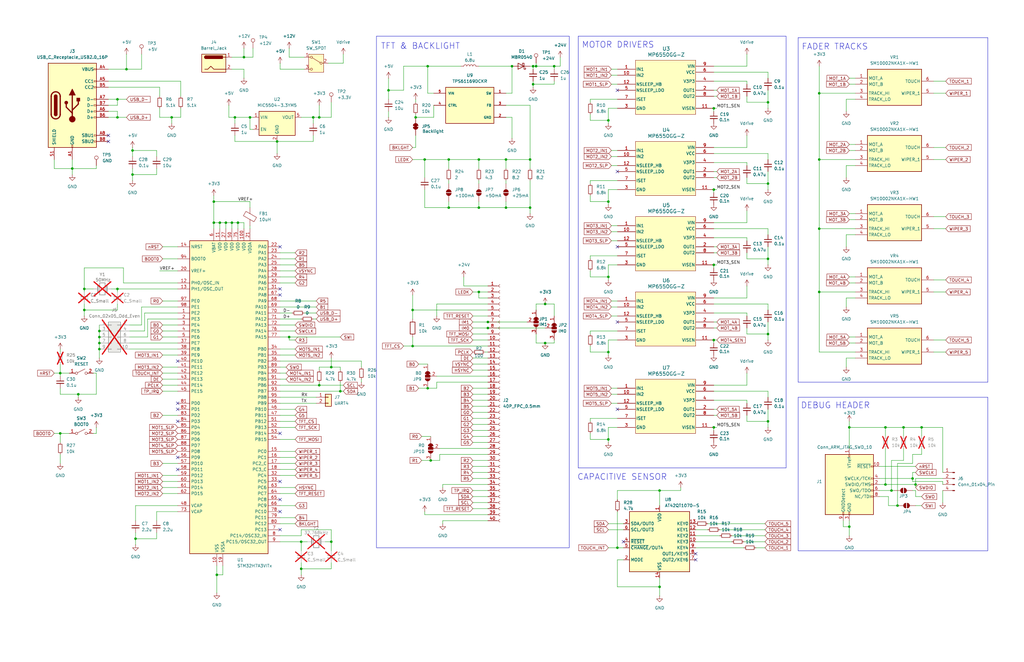
<source format=kicad_sch>
(kicad_sch (version 20231120) (generator "eeschema") (generator_version "8.0")
  (paper "USLedger")
  (title_block (title "Flying Fader") (date "2024-05-13") (rev "A") (company "Cal Poly M.E.") (comment 1 "Jack Miller"))
  (junction (at 175.26 49.53))
  (junction (at 224.79 27.94))
  (junction (at 97.79 93.98))
  (junction (at 189.23 67.31))
  (junction (at 323.85 177.8))
  (junction (at 105.41 49.53))
  (junction (at 134.62 49.53))
  (junction (at 179.07 67.31))
  (junction (at 57.15 227.33))
  (junction (at 300.99 111.76))
  (junction (at 358.14 180.34))
  (junction (at 41.91 142.24))
  (junction (at 386.08 204.47))
  (junction (at 139.7 154.94))
  (junction (at 127 240.03))
  (junction (at 278.13 207.01))
  (junction (at 345.44 123.19))
  (junction (at 323.85 109.22))
  (junction (at 25.4 182.88))
  (junction (at 260.35 231.14))
  (junction (at 205.74 135.89))
  (junction (at 33.02 166.37))
  (junction (at 233.68 27.94))
  (junction (at 358.14 222.25))
  (junction (at 90.17 85.09))
  (junction (at 134.62 162.56))
  (junction (at 49.53 121.92))
  (junction (at 345.44 96.52))
  (junction (at 25.4 157.48))
  (junction (at 180.34 27.94))
  (junction (at 213.36 87.63))
  (junction (at 49.53 49.53))
  (junction (at 323.85 43.18))
  (junction (at 181.61 194.31))
  (junction (at 139.7 228.6))
  (junction (at 201.93 87.63))
  (junction (at 256.54 148.59))
  (junction (at 223.52 67.31))
  (junction (at 90.17 93.98))
  (junction (at 215.9 27.94))
  (junction (at 384.81 201.93))
  (junction (at 205.74 138.43))
  (junction (at 256.54 50.8))
  (junction (at 55.88 63.5))
  (junction (at 173.99 146.05))
  (junction (at 180.34 163.83))
  (junction (at 41.91 147.32))
  (junction (at 100.33 93.98))
  (junction (at 41.91 144.78))
  (junction (at 213.36 67.31))
  (junction (at 373.38 180.34))
  (junction (at 35.56 130.81))
  (junction (at 323.85 140.97))
  (junction (at 345.44 39.37))
  (junction (at 91.44 242.57))
  (junction (at 229.87 144.78))
  (junction (at 345.44 67.31))
  (junction (at 35.56 121.92))
  (junction (at 378.46 213.36))
  (junction (at 53.34 29.21))
  (junction (at 300.99 143.51))
  (junction (at 300.99 180.34))
  (junction (at 95.25 93.98))
  (junction (at 256.54 85.09))
  (junction (at 373.38 204.47))
  (junction (at 256.54 116.84))
  (junction (at 132.08 49.53))
  (junction (at 49.53 41.91))
  (junction (at 72.39 49.53))
  (junction (at 163.83 38.1))
  (junction (at 99.06 49.53))
  (junction (at 278.13 247.65))
  (junction (at 323.85 77.47))
  (junction (at 229.87 128.27))
  (junction (at 226.06 27.94))
  (junction (at 102.87 24.13))
  (junction (at 223.52 87.63))
  (junction (at 41.91 139.7))
  (junction (at 224.79 35.56))
  (junction (at 256.54 185.42))
  (junction (at 127 228.6))
  (junction (at 55.88 73.66))
  (junction (at 121.92 142.24))
  (junction (at 381 180.34))
  (junction (at 173.99 130.81))
  (junction (at 143.51 165.1))
  (junction (at 300.99 80.01))
  (junction (at 300.99 45.72))
  (junction (at 201.93 123.19))
  (junction (at 375.92 207.01))
  (junction (at 116.84 59.69))
  (junction (at 189.23 87.63))
  (junction (at 201.93 67.31))
  (junction (at 92.71 93.98))
  (junction (at 30.48 71.12))
  (junction (at 388.62 180.34))
  (no_connect (at 260.35 72.39))
  (no_connect (at 74.93 177.8))
  (no_connect (at 118.11 223.52))
  (no_connect (at 118.11 104.14))
  (no_connect (at 74.93 193.04))
  (no_connect (at 74.93 152.4))
  (no_connect (at 118.11 215.9))
  (no_connect (at 260.35 135.89))
  (no_connect (at 293.37 236.22))
  (no_connect (at 74.93 198.12))
  (no_connect (at 260.35 38.1))
  (no_connect (at 118.11 203.2))
  (no_connect (at 118.11 182.88))
  (no_connect (at 118.11 121.92))
  (no_connect (at 118.11 124.46))
  (no_connect (at 260.35 172.72))
  (no_connect (at 118.11 210.82))
  (no_connect (at 262.89 228.6))
  (no_connect (at 74.93 170.18))
  (no_connect (at 260.35 104.14))
  (no_connect (at 74.93 172.72))
  (no_connect (at 45.72 59.69))
  (no_connect (at 45.72 57.15))
  (no_connect (at 293.37 233.68))
  (wire (pts (xy 300.99 180.34) (xy 302.26 180.34)))
  (wire (pts (xy 355.6 222.25) (xy 355.6 219.71)))
  (wire (pts (xy 199.39 179.07) (xy 205.74 179.07)))
  (wire (pts (xy 300.99 143.51) (xy 302.26 143.51)))
  (wire (pts (xy 300.99 132.08) (xy 314.96 132.08)))
  (wire (pts (xy 260.35 215.9) (xy 260.35 231.14)))
  (wire (pts (xy 25.4 153.67) (xy 25.4 157.48)))
  (wire (pts (xy 314.96 125.73) (xy 300.99 125.73)))
  (wire (pts (xy 127 228.6) (xy 127 232.41)))
  (wire (pts (xy 180.34 163.83) (xy 184.15 163.83)))
  (wire (pts (xy 105.41 87.63) (xy 105.41 85.09)))
  (wire (pts (xy 39.37 121.92) (xy 35.56 121.92)))
  (wire (pts (xy 205.74 138.43) (xy 229.87 138.43)))
  (wire (pts (xy 127 226.06) (xy 118.11 226.06)))
  (wire (pts (xy 260.35 231.14) (xy 262.89 231.14)))
  (wire (pts (xy 386.08 213.36) (xy 388.62 213.36)))
  (wire (pts (xy 68.58 127) (xy 74.93 127)))
  (wire (pts (xy 384.81 201.93) (xy 370.84 201.93)))
  (wire (pts (xy 199.39 196.85) (xy 205.74 196.85)))
  (wire (pts (xy 260.35 107.95) (xy 248.92 107.95)))
  (wire (pts (xy 46.99 121.92) (xy 49.53 121.92)))
  (wire (pts (xy 124.46 143.51) (xy 121.92 143.51)))
  (wire (pts (xy 199.39 143.51) (xy 205.74 143.51)))
  (wire (pts (xy 300.99 175.26) (xy 302.26 175.26)))
  (wire (pts (xy 199.39 212.09) (xy 205.74 212.09)))
  (wire (pts (xy 170.18 38.1) (xy 163.83 38.1)))
  (wire (pts (xy 59.69 29.21) (xy 53.34 29.21)))
  (wire (pts (xy 213.36 87.63) (xy 223.52 87.63)))
  (wire (pts (xy 260.35 176.53) (xy 248.92 176.53)))
  (wire (pts (xy 205.74 125.73) (xy 201.93 125.73)))
  (wire (pts (xy 68.58 162.56) (xy 74.93 162.56)))
  (wire (pts (xy 314.96 22.86) (xy 314.96 27.94)))
  (wire (pts (xy 248.92 185.42) (xy 256.54 185.42)))
  (wire (pts (xy 49.53 130.81) (xy 49.53 128.27)))
  (wire (pts (xy 35.56 121.92) (xy 35.56 123.19)))
  (wire (pts (xy 72.39 52.07) (xy 72.39 49.53)))
  (wire (pts (xy 323.85 104.14) (xy 323.85 109.22)))
  (wire (pts (xy 68.58 104.14) (xy 74.93 104.14)))
  (wire (pts (xy 223.52 67.31) (xy 213.36 67.31)))
  (wire (pts (xy 137.16 228.6) (xy 139.7 228.6)))
  (wire (pts (xy 300.99 143.51) (xy 300.99 144.78)))
  (wire (pts (xy 97.79 93.98) (xy 97.79 96.52)))
  (wire (pts (xy 248.92 148.59) (xy 256.54 148.59)))
  (wire (pts (xy 95.25 93.98) (xy 97.79 93.98)))
  (wire (pts (xy 323.85 167.64) (xy 323.85 165.1)))
  (wire (pts (xy 105.41 49.53) (xy 106.68 49.53)))
  (wire (pts (xy 95.25 93.98) (xy 95.25 96.52)))
  (wire (pts (xy 116.84 59.69) (xy 116.84 64.77)))
  (wire (pts (xy 91.44 238.76) (xy 91.44 242.57)))
  (wire (pts (xy 118.11 213.36) (xy 124.46 213.36)))
  (wire (pts (xy 195.58 120.65) (xy 205.74 120.65)))
  (wire (pts (xy 132.08 49.53) (xy 134.62 49.53)))
  (wire (pts (xy 189.23 87.63) (xy 201.93 87.63)))
  (wire (pts (xy 49.53 121.92) (xy 49.53 123.19)))
  (wire (pts (xy 360.68 99.06) (xy 356.87 99.06)))
  (wire (pts (xy 118.11 162.56) (xy 134.62 162.56)))
  (wire (pts (xy 68.58 165.1) (xy 74.93 165.1)))
  (wire (pts (xy 76.2 49.53) (xy 76.2 45.72)))
  (wire (pts (xy 170.18 146.05) (xy 173.99 146.05)))
  (wire (pts (xy 323.85 177.8) (xy 323.85 180.34)))
  (wire (pts (xy 256.54 149.86) (xy 256.54 148.59)))
  (wire (pts (xy 134.62 49.53) (xy 134.62 44.45)))
  (wire (pts (xy 223.52 76.2) (xy 223.52 87.63)))
  (wire (pts (xy 256.54 111.76) (xy 260.35 111.76)))
  (wire (pts (xy 134.62 154.94) (xy 139.7 154.94)))
  (wire (pts (xy 199.39 201.93) (xy 205.74 201.93)))
  (wire (pts (xy 118.11 114.3) (xy 124.46 114.3)))
  (wire (pts (xy 30.48 67.31) (xy 30.48 71.12)))
  (wire (pts (xy 57.15 227.33) (xy 66.04 227.33)))
  (wire (pts (xy 314.96 100.33) (xy 314.96 101.6)))
  (wire (pts (xy 127 228.6) (xy 129.54 228.6)))
  (wire (pts (xy 62.23 142.24) (xy 54.61 142.24)))
  (wire (pts (xy 199.39 176.53) (xy 205.74 176.53)))
  (wire (pts (xy 177.8 194.31) (xy 181.61 194.31)))
  (wire (pts (xy 59.69 137.16) (xy 59.69 129.54)))
  (wire (pts (xy 25.4 166.37) (xy 33.02 166.37)))
  (wire (pts (xy 323.85 165.1) (xy 300.99 165.1)))
  (wire (pts (xy 52.07 119.38) (xy 52.07 113.03)))
  (wire (pts (xy 323.85 38.1) (xy 323.85 43.18)))
  (wire (pts (xy 121.92 20.32) (xy 121.92 24.13)))
  (wire (pts (xy 356.87 41.91) (xy 360.68 41.91)))
  (wire (pts (xy 45.72 36.83) (xy 67.31 36.83)))
  (wire (pts (xy 373.38 180.34) (xy 358.14 180.34)))
  (wire (pts (xy 224.79 34.29) (xy 224.79 35.56)))
  (wire (pts (xy 143.51 165.1) (xy 144.78 165.1)))
  (wire (pts (xy 300.99 111.76) (xy 302.26 111.76)))
  (wire (pts (xy 99.06 59.69) (xy 99.06 57.15)))
  (wire (pts (xy 199.39 173.99) (xy 205.74 173.99)))
  (wire (pts (xy 139.7 228.6) (xy 139.7 223.52)))
  (wire (pts (xy 97.79 29.21) (xy 102.87 29.21)))
  (wire (pts (xy 360.68 69.85) (xy 356.87 69.85)))
  (wire (pts (xy 358.14 180.34) (xy 358.14 189.23)))
  (wire (pts (xy 173.99 146.05) (xy 205.74 146.05)))
  (wire (pts (xy 90.17 93.98) (xy 90.17 96.52)))
  (wire (pts (xy 173.99 130.81) (xy 173.99 134.62)))
  (wire (pts (xy 257.81 31.75) (xy 260.35 31.75)))
  (wire (pts (xy 223.52 87.63) (xy 223.52 90.17)))
  (wire (pts (xy 393.7 96.52) (xy 398.78 96.52)))
  (wire (pts (xy 118.11 111.76) (xy 124.46 111.76)))
  (wire (pts (xy 300.99 38.1) (xy 302.26 38.1)))
  (wire (pts (xy 300.99 180.34) (xy 300.99 181.61)))
  (wire (pts (xy 370.84 204.47) (xy 373.38 204.47)))
  (wire (pts (xy 199.39 186.69) (xy 205.74 186.69)))
  (wire (pts (xy 300.99 34.29) (xy 314.96 34.29)))
  (wire (pts (xy 356.87 69.85) (xy 356.87 74.93)))
  (wire (pts (xy 384.81 199.39) (xy 386.08 199.39)))
  (wire (pts (xy 132.08 49.53) (xy 132.08 52.07)))
  (wire (pts (xy 173.99 142.24) (xy 173.99 146.05)))
  (wire (pts (xy 375.92 194.31) (xy 375.92 207.01)))
  (wire (pts (xy 314.96 157.48) (xy 314.96 162.56)))
  (wire (pts (xy 300.99 45.72) (xy 302.26 45.72)))
  (wire (pts (xy 323.85 67.31) (xy 323.85 64.77)))
  (wire (pts (xy 314.96 62.23) (xy 300.99 62.23)))
  (wire (pts (xy 213.36 67.31) (xy 213.36 71.12)))
  (wire (pts (xy 323.85 135.89) (xy 323.85 140.97)))
  (wire (pts (xy 381 180.34) (xy 381 184.15)))
  (wire (pts (xy 118.11 175.26) (xy 124.46 175.26)))
  (wire (pts (xy 57.15 224.79) (xy 57.15 227.33)))
  (wire (pts (xy 233.68 144.78) (xy 229.87 144.78)))
  (wire (pts (xy 345.44 27.94) (xy 345.44 39.37)))
  (wire (pts (xy 233.68 128.27) (xy 233.68 133.35)))
  (wire (pts (xy 132.08 59.69) (xy 116.84 59.69)))
  (wire (pts (xy 139.7 49.53) (xy 134.62 49.53)))
  (wire (pts (xy 248.92 116.84) (xy 256.54 116.84)))
  (wire (pts (xy 256.54 143.51) (xy 260.35 143.51)))
  (wire (pts (xy 358.14 222.25) (xy 355.6 222.25)))
  (wire (pts (xy 224.79 27.94) (xy 224.79 29.21)))
  (wire (pts (xy 29.21 182.88) (xy 25.4 182.88)))
  (wire (pts (xy 257.81 129.54) (xy 260.35 129.54)))
  (wire (pts (xy 213.36 85.09) (xy 213.36 87.63)))
  (wire (pts (xy 60.96 132.08) (xy 60.96 139.7)))
  (wire (pts (xy 35.56 130.81) (xy 49.53 130.81)))
  (wire (pts (xy 90.17 93.98) (xy 92.71 93.98)))
  (wire (pts (xy 397.51 199.39) (xy 397.51 180.34)))
  (wire (pts (xy 313.69 228.6) (xy 322.58 228.6)))
  (wire (pts (xy 323.85 140.97) (xy 323.85 143.51)))
  (wire (pts (xy 358.14 60.96) (xy 360.68 60.96)))
  (wire (pts (xy 41.91 137.16) (xy 41.91 139.7)))
  (wire (pts (xy 257.81 127) (xy 260.35 127)))
  (wire (pts (xy 260.35 41.91) (xy 248.92 41.91)))
  (wire (pts (xy 102.87 93.98) (xy 102.87 96.52)))
  (wire (pts (xy 278.13 247.65) (xy 278.13 251.46)))
  (wire (pts (xy 173.99 130.81) (xy 205.74 130.81)))
  (wire (pts (xy 373.38 189.23) (xy 373.38 204.47)))
  (wire (pts (xy 127 49.53) (xy 132.08 49.53)))
  (wire (pts (xy 127 240.03) (xy 127 242.57)))
  (wire (pts (xy 195.58 116.84) (xy 195.58 120.65)))
  (wire (pts (xy 226.06 130.81) (xy 226.06 128.27)))
  (wire (pts (xy 57.15 227.33) (xy 57.15 229.87)))
  (wire (pts (xy 144.78 22.86) (xy 144.78 26.67)))
  (wire (pts (xy 128.27 132.08) (xy 133.35 132.08)))
  (wire (pts (xy 106.68 20.32) (xy 106.68 24.13)))
  (wire (pts (xy 118.11 195.58) (xy 124.46 195.58)))
  (wire (pts (xy 314.96 109.22) (xy 323.85 109.22)))
  (wire (pts (xy 68.58 175.26) (xy 74.93 175.26)))
  (wire (pts (xy 386.08 205.74) (xy 386.08 204.47)))
  (wire (pts (xy 25.4 147.32) (xy 25.4 148.59)))
  (wire (pts (xy 118.11 149.86) (xy 124.46 149.86)))
  (wire (pts (xy 248.92 182.88) (xy 248.92 185.42)))
  (wire (pts (xy 314.96 177.8) (xy 323.85 177.8)))
  (wire (pts (xy 393.7 143.51) (xy 398.78 143.51)))
  (wire (pts (xy 41.91 139.7) (xy 41.91 142.24)))
  (wire (pts (xy 53.34 22.86) (xy 53.34 29.21)))
  (wire (pts (xy 179.07 87.63) (xy 189.23 87.63)))
  (wire (pts (xy 68.58 200.66) (xy 74.93 200.66)))
  (wire (pts (xy 300.99 74.93) (xy 302.26 74.93)))
  (wire (pts (xy 397.51 180.34) (xy 388.62 180.34)))
  (wire (pts (xy 189.23 76.2) (xy 189.23 77.47)))
  (wire (pts (xy 293.37 228.6) (xy 308.61 228.6)))
  (wire (pts (xy 118.11 185.42) (xy 124.46 185.42)))
  (wire (pts (xy 358.14 119.38) (xy 360.68 119.38)))
  (wire (pts (xy 55.88 73.66) (xy 66.04 73.66)))
  (wire (pts (xy 345.44 96.52) (xy 345.44 67.31)))
  (wire (pts (xy 256.54 52.07) (xy 256.54 50.8)))
  (wire (pts (xy 358.14 35.56) (xy 360.68 35.56)))
  (wire (pts (xy 74.93 134.62) (xy 62.23 134.62)))
  (wire (pts (xy 224.79 35.56) (xy 224.79 36.83)))
  (wire (pts (xy 226.06 128.27) (xy 229.87 128.27)))
  (wire (pts (xy 300.99 135.89) (xy 302.26 135.89)))
  (wire (pts (xy 358.14 144.78) (xy 360.68 144.78)))
  (wire (pts (xy 256.54 85.09) (xy 256.54 80.01)))
  (wire (pts (xy 68.58 109.22) (xy 74.93 109.22)))
  (wire (pts (xy 102.87 20.32) (xy 102.87 24.13)))
  (wire (pts (xy 314.96 68.58) (xy 314.96 69.85)))
  (wire (pts (xy 139.7 228.6) (xy 139.7 232.41)))
  (wire (pts (xy 52.07 119.38) (xy 74.93 119.38)))
  (wire (pts (xy 40.64 166.37) (xy 33.02 166.37)))
  (wire (pts (xy 118.11 205.74) (xy 124.46 205.74)))
  (wire (pts (xy 173.99 67.31) (xy 179.07 67.31)))
  (wire (pts (xy 345.44 123.19) (xy 345.44 96.52)))
  (wire (pts (xy 215.9 49.53) (xy 213.36 49.53)))
  (wire (pts (xy 248.92 139.7) (xy 248.92 140.97)))
  (wire (pts (xy 256.54 231.14) (xy 260.35 231.14)))
  (wire (pts (xy 199.39 123.19) (xy 201.93 123.19)))
  (wire (pts (xy 30.48 71.12) (xy 30.48 73.66)))
  (wire (pts (xy 358.14 142.24) (xy 360.68 142.24)))
  (wire (pts (xy 59.69 129.54) (xy 74.93 129.54)))
  (wire (pts (xy 226.06 140.97) (xy 226.06 144.78)))
  (wire (pts (xy 33.02 166.37) (xy 33.02 167.64)))
  (wire (pts (xy 41.91 147.32) (xy 41.91 151.13)))
  (wire (pts (xy 257.81 63.5) (xy 260.35 63.5)))
  (wire (pts (xy 199.39 168.91) (xy 205.74 168.91)))
  (wire (pts (xy 68.58 160.02) (xy 74.93 160.02)))
  (wire (pts (xy 40.64 157.48) (xy 40.64 166.37)))
  (wire (pts (xy 393.7 62.23) (xy 398.78 62.23)))
  (wire (pts (xy 180.34 39.37) (xy 180.34 27.94)))
  (wire (pts (xy 106.68 54.61) (xy 105.41 54.61)))
  (wire (pts (xy 68.58 157.48) (xy 74.93 157.48)))
  (wire (pts (xy 233.68 35.56) (xy 224.79 35.56)))
  (wire (pts (xy 49.53 46.99) (xy 45.72 46.99)))
  (wire (pts (xy 25.4 191.77) (xy 25.4 195.58)))
  (wire (pts (xy 199.39 171.45) (xy 205.74 171.45)))
  (wire (pts (xy 248.92 76.2) (xy 248.92 77.47)))
  (wire (pts (xy 173.99 62.23) (xy 175.26 62.23)))
  (wire (pts (xy 358.14 92.71) (xy 360.68 92.71)))
  (wire (pts (xy 96.52 44.45) (xy 96.52 49.53)))
  (wire (pts (xy 323.85 64.77) (xy 300.99 64.77)))
  (wire (pts (xy 22.86 182.88) (xy 25.4 182.88)))
  (wire (pts (xy 314.96 138.43) (xy 314.96 140.97)))
  (wire (pts (xy 373.38 180.34) (xy 381 180.34)))
  (wire (pts (xy 199.39 184.15) (xy 205.74 184.15)))
  (wire (pts (xy 300.99 138.43) (xy 302.26 138.43)))
  (wire (pts (xy 248.92 82.55) (xy 248.92 85.09)))
  (wire (pts (xy 393.7 91.44) (xy 398.78 91.44)))
  (wire (pts (xy 186.69 205.74) (xy 186.69 204.47)))
  (wire (pts (xy 381 189.23) (xy 381 194.31)))
  (wire (pts (xy 68.58 149.86) (xy 74.93 149.86)))
  (wire (pts (xy 248.92 41.91) (xy 248.92 43.18)))
  (wire (pts (xy 358.14 90.17) (xy 360.68 90.17)))
  (wire (pts (xy 256.54 80.01) (xy 260.35 80.01)))
  (wire (pts (xy 62.23 134.62) (xy 62.23 142.24)))
  (wire (pts (xy 67.31 49.53) (xy 67.31 45.72)))
  (wire (pts (xy 185.42 194.31) (xy 185.42 191.77)))
  (wire (pts (xy 360.68 151.13) (xy 356.87 151.13)))
  (wire (pts (xy 260.35 247.65) (xy 278.13 247.65)))
  (wire (pts (xy 384.81 207.01) (xy 386.08 207.01)))
  (wire (pts (xy 72.39 49.53) (xy 67.31 49.53)))
  (wire (pts (xy 300.99 111.76) (xy 300.99 113.03)))
  (wire (pts (xy 66.04 215.9) (xy 74.93 215.9)))
  (wire (pts (xy 257.81 69.85) (xy 260.35 69.85)))
  (wire (pts (xy 40.64 182.88) (xy 39.37 182.88)))
  (wire (pts (xy 358.14 219.71) (xy 358.14 222.25)))
  (wire (pts (xy 139.7 151.13) (xy 139.7 154.94)))
  (wire (pts (xy 189.23 67.31) (xy 179.07 67.31)))
  (wire (pts (xy 300.99 168.91) (xy 314.96 168.91)))
  (wire (pts (xy 74.93 213.36) (xy 57.15 213.36)))
  (wire (pts (xy 358.14 33.02) (xy 360.68 33.02)))
  (wire (pts (xy 300.99 80.01) (xy 302.26 80.01)))
  (wire (pts (xy 215.9 27.94) (xy 215.9 39.37)))
  (wire (pts (xy 256.54 220.98) (xy 262.89 220.98)))
  (wire (pts (xy 373.38 184.15) (xy 373.38 180.34)))
  (wire (pts (xy 300.99 104.14) (xy 302.26 104.14)))
  (wire (pts (xy 45.72 41.91) (xy 49.53 41.91)))
  (wire (pts (xy 377.19 207.01) (xy 375.92 207.01)))
  (wire (pts (xy 30.48 71.12) (xy 22.86 71.12)))
  (wire (pts (xy 173.99 124.46) (xy 173.99 130.81)))
  (wire (pts (xy 226.06 27.94) (xy 233.68 27.94)))
  (wire (pts (xy 224.79 27.94) (xy 226.06 27.94)))
  (wire (pts (xy 314.96 27.94) (xy 300.99 27.94)))
  (wire (pts (xy 260.35 139.7) (xy 248.92 139.7)))
  (wire (pts (xy 300.99 172.72) (xy 302.26 172.72)))
  (wire (pts (xy 293.37 223.52) (xy 298.45 223.52)))
  (wire (pts (xy 66.04 227.33) (xy 66.04 224.79)))
  (wire (pts (xy 67.31 114.3) (xy 74.93 114.3)))
  (wire (pts (xy 25.4 182.88) (xy 25.4 186.69)))
  (wire (pts (xy 134.62 162.56) (xy 144.78 162.56)))
  (wire (pts (xy 180.34 27.94) (xy 194.31 27.94)))
  (wire (pts (xy 175.26 41.91) (xy 175.26 43.18)))
  (wire (pts (xy 233.68 34.29) (xy 233.68 35.56)))
  (wire (pts (xy 314.96 162.56) (xy 300.99 162.56)))
  (wire (pts (xy 393.7 34.29) (xy 398.78 34.29)))
  (wire (pts (xy 314.96 43.18) (xy 323.85 43.18)))
  (wire (pts (xy 184.15 158.75) (xy 205.74 158.75)))
  (wire (pts (xy 256.54 180.34) (xy 260.35 180.34)))
  (wire (pts (xy 215.9 39.37) (xy 213.36 39.37)))
  (wire (pts (xy 314.96 93.98) (xy 300.99 93.98)))
  (wire (pts (xy 139.7 240.03) (xy 139.7 237.49)))
  (wire (pts (xy 223.52 44.45) (xy 223.52 67.31)))
  (wire (pts (xy 233.68 143.51) (xy 233.68 144.78)))
  (wire (pts (xy 66.04 66.04) (xy 66.04 63.5)))
  (wire (pts (xy 22.86 71.12) (xy 22.86 67.31)))
  (wire (pts (xy 386.08 209.55) (xy 388.62 209.55)))
  (wire (pts (xy 68.58 142.24) (xy 74.93 142.24)))
  (wire (pts (xy 181.61 194.31) (xy 185.42 194.31)))
  (wire (pts (xy 68.58 195.58) (xy 74.93 195.58)))
  (wire (pts (xy 314.96 120.65) (xy 314.96 125.73)))
  (wire (pts (xy 378.46 213.36) (xy 378.46 195.58)))
  (wire (pts (xy 118.11 29.21) (xy 128.27 29.21)))
  (wire (pts (xy 300.99 72.39) (xy 302.26 72.39)))
  (wire (pts (xy 143.51 161.29) (xy 143.51 165.1)))
  (wire (pts (xy 384.81 199.39) (xy 384.81 201.93)))
  (wire (pts (xy 179.07 80.01) (xy 179.07 87.63)))
  (wire (pts (xy 213.36 44.45) (xy 223.52 44.45)))
  (wire (pts (xy 199.39 133.35) (xy 205.74 133.35)))
  (wire (pts (xy 40.64 69.85) (xy 40.64 71.12)))
  (wire (pts (xy 99.06 49.53) (xy 105.41 49.53)))
  (wire (pts (xy 260.35 236.22) (xy 260.35 247.65)))
  (wire (pts (xy 175.26 49.53) (xy 182.88 49.53)))
  (wire (pts (xy 213.36 76.2) (xy 213.36 77.47)))
  (wire (pts (xy 175.26 62.23) (xy 175.26 57.15)))
  (wire (pts (xy 229.87 128.27) (xy 233.68 128.27)))
  (wire (pts (xy 256.54 116.84) (xy 256.54 111.76)))
  (wire (pts (xy 393.7 118.11) (xy 398.78 118.11)))
  (wire (pts (xy 118.11 26.67) (xy 118.11 29.21)))
  (wire (pts (xy 134.62 161.29) (xy 134.62 162.56)))
  (wire (pts (xy 314.96 57.15) (xy 314.96 62.23)))
  (wire (pts (xy 199.39 194.31) (xy 205.74 194.31)))
  (wire (pts (xy 93.98 242.57) (xy 93.98 238.76)))
  (wire (pts (xy 74.93 132.08) (xy 60.96 132.08)))
  (wire (pts (xy 314.96 140.97) (xy 323.85 140.97)))
  (wire (pts (xy 49.53 49.53) (xy 53.34 49.53)))
  (wire (pts (xy 393.7 39.37) (xy 398.78 39.37)))
  (wire (pts (xy 118.11 172.72) (xy 124.46 172.72)))
  (wire (pts (xy 201.93 85.09) (xy 201.93 87.63)))
  (wire (pts (xy 97.79 93.98) (xy 100.33 93.98)))
  (wire (pts (xy 139.7 223.52) (xy 127 223.52)))
  (wire (pts (xy 257.81 101.6) (xy 260.35 101.6)))
  (wire (pts (xy 397.51 201.93) (xy 386.08 201.93)))
  (wire (pts (xy 118.11 109.22) (xy 124.46 109.22)))
  (wire (pts (xy 248.92 48.26) (xy 248.92 50.8)))
  (wire (pts (xy 49.53 44.45) (xy 45.72 44.45)))
  (wire (pts (xy 199.39 163.83) (xy 205.74 163.83)))
  (wire (pts (xy 201.93 87.63) (xy 213.36 87.63)))
  (wire (pts (xy 55.88 63.5) (xy 55.88 66.04)))
  (wire (pts (xy 323.85 128.27) (xy 300.99 128.27)))
  (wire (pts (xy 143.51 156.21) (xy 143.51 154.94)))
  (wire (pts (xy 397.51 204.47) (xy 397.51 203.2)))
  (wire (pts (xy 257.81 66.04) (xy 260.35 66.04)))
  (wire (pts (xy 118.11 198.12) (xy 124.46 198.12)))
  (wire (pts (xy 90.17 85.09) (xy 90.17 93.98)))
  (wire (pts (xy 256.54 186.69) (xy 256.54 185.42)))
  (wire (pts (xy 345.44 123.19) (xy 360.68 123.19)))
  (wire (pts (xy 189.23 71.12) (xy 189.23 67.31)))
  (wire (pts (xy 345.44 39.37) (xy 360.68 39.37)))
  (wire (pts (xy 314.96 168.91) (xy 314.96 170.18)))
  (wire (pts (xy 257.81 95.25) (xy 260.35 95.25)))
  (wire (pts (xy 381 194.31) (xy 375.92 194.31)))
  (wire (pts (xy 102.87 33.02) (xy 102.87 29.21)))
  (wire (pts (xy 152.4 152.4) (xy 118.11 152.4)))
  (wire (pts (xy 72.39 49.53) (xy 76.2 49.53)))
  (wire (pts (xy 314.96 88.9) (xy 314.96 93.98)))
  (wire (pts (xy 118.11 134.62) (xy 127 134.62)))
  (wire (pts (xy 170.18 27.94) (xy 170.18 38.1)))
  (wire (pts (xy 199.39 140.97) (xy 205.74 140.97)))
  (wire (pts (xy 314.96 175.26) (xy 314.96 177.8)))
  (wire (pts (xy 381 180.34) (xy 388.62 180.34)))
  (wire (pts (xy 248.92 107.95) (xy 248.92 109.22)))
  (wire (pts (xy 118.11 139.7) (xy 124.46 139.7)))
  (wire (pts (xy 236.22 24.13) (xy 236.22 27.94)))
  (wire (pts (xy 314.96 106.68) (xy 314.96 109.22)))
  (wire (pts (xy 118.11 228.6) (xy 127 228.6)))
  (wire (pts (xy 300.99 106.68) (xy 302.26 106.68)))
  (wire (pts (xy 186.69 219.71) (xy 205.74 219.71)))
  (wire (pts (xy 91.44 242.57) (xy 93.98 242.57)))
  (wire (pts (xy 66.04 73.66) (xy 66.04 71.12)))
  (wire (pts (xy 179.07 67.31) (xy 179.07 74.93)))
  (wire (pts (xy 105.41 85.09) (xy 90.17 85.09)))
  (wire (pts (xy 199.39 156.21) (xy 205.74 156.21)))
  (wire (pts (xy 199.39 207.01) (xy 205.74 207.01)))
  (wire (pts (xy 134.62 156.21) (xy 134.62 154.94)))
  (wire (pts (xy 118.11 180.34) (xy 124.46 180.34)))
  (wire (pts (xy 59.69 22.86) (xy 59.69 29.21)))
  (wire (pts (xy 55.88 62.23) (xy 55.88 63.5)))
  (wire (pts (xy 323.85 43.18) (xy 323.85 45.72)))
  (wire (pts (xy 356.87 99.06) (xy 356.87 104.14)))
  (wire (pts (xy 199.39 138.43) (xy 205.74 138.43)))
  (wire (pts (xy 57.15 213.36) (xy 57.15 219.71)))
  (wire (pts (xy 199.39 214.63) (xy 205.74 214.63)))
  (wire (pts (xy 179.07 217.17) (xy 205.74 217.17)))
  (wire (pts (xy 257.81 170.18) (xy 260.35 170.18)))
  (wire (pts (xy 358.14 177.8) (xy 358.14 180.34)))
  (wire (pts (xy 199.39 199.39) (xy 205.74 199.39)))
  (wire (pts (xy 68.58 139.7) (xy 74.93 139.7)))
  (wire (pts (xy 287.02 207.01) (xy 278.13 207.01)))
  (wire (pts (xy 152.4 154.94) (xy 152.4 152.4)))
  (wire (pts (xy 184.15 128.27) (xy 184.15 133.35)))
  (wire (pts (xy 378.46 195.58) (xy 384.81 195.58)))
  (wire (pts (xy 397.51 207.01) (xy 397.51 212.09)))
  (wire (pts (xy 177.8 184.15) (xy 181.61 184.15)))
  (wire (pts (xy 345.44 148.59) (xy 345.44 123.19)))
  (wire (pts (xy 300.99 81.28) (xy 300.99 80.01)))
  (wire (pts (xy 41.91 144.78) (xy 41.91 147.32)))
  (wire (pts (xy 323.85 130.81) (xy 323.85 128.27)))
  (wire (pts (xy 40.64 157.48) (xy 39.37 157.48)))
  (wire (pts (xy 60.96 139.7) (xy 54.61 139.7)))
  (wire (pts (xy 314.96 34.29) (xy 314.96 35.56)))
  (wire (pts (xy 68.58 203.2) (xy 74.93 203.2)))
  (wire (pts (xy 370.84 207.01) (xy 375.92 207.01)))
  (wire (pts (xy 132.08 57.15) (xy 132.08 59.69)))
  (wire (pts (xy 49.53 49.53) (xy 49.53 46.99)))
  (wire (pts (xy 139.7 43.18) (xy 139.7 49.53)))
  (wire (pts (xy 92.71 93.98) (xy 95.25 93.98)))
  (wire (pts (xy 143.51 154.94) (xy 139.7 154.94)))
  (wire (pts (xy 323.85 72.39) (xy 323.85 77.47)))
  (wire (pts (xy 118.11 200.66) (xy 124.46 200.66)))
  (wire (pts (xy 278.13 243.84) (xy 278.13 247.65)))
  (wire (pts (xy 248.92 50.8) (xy 256.54 50.8)))
  (wire (pts (xy 105.41 95.25) (xy 105.41 96.52)))
  (wire (pts (xy 205.74 135.89) (xy 222.25 135.89)))
  (wire (pts (xy 201.93 27.94) (xy 215.9 27.94)))
  (wire (pts (xy 53.34 29.21) (xy 45.72 29.21)))
  (wire (pts (xy 68.58 208.28) (xy 74.93 208.28)))
  (wire (pts (xy 100.33 93.98) (xy 102.87 93.98)))
  (wire (pts (xy 118.11 165.1) (xy 143.51 165.1)))
  (wire (pts (xy 55.88 71.12) (xy 55.88 73.66)))
  (wire (pts (xy 303.53 223.52) (xy 322.58 223.52)))
  (wire (pts (xy 49.53 41.91) (xy 53.34 41.91)))
  (wire (pts (xy 386.08 209.55) (xy 386.08 207.01)))
  (wire (pts (xy 132.08 134.62) (xy 133.35 134.62)))
  (wire (pts (xy 388.62 191.77) (xy 388.62 189.23)))
  (wire (pts (xy 233.68 29.21) (xy 233.68 27.94)))
  (wire (pts (xy 356.87 151.13) (xy 356.87 154.94)))
  (wire (pts (xy 76.2 40.64) (xy 76.2 34.29)))
  (wire (pts (xy 189.23 67.31) (xy 201.93 67.31)))
  (wire (pts (xy 300.99 100.33) (xy 314.96 100.33)))
  (wire (pts (xy 226.06 144.78) (xy 229.87 144.78)))
  (wire (pts (xy 345.44 67.31) (xy 345.44 39.37)))
  (wire (pts (xy 121.92 142.24) (xy 143.51 142.24)))
  (wire (pts (xy 201.93 76.2) (xy 201.93 77.47)))
  (wire (pts (xy 118.11 157.48) (xy 120.65 157.48)))
  (wire (pts (xy 374.65 213.36) (xy 374.65 209.55)))
  (wire (pts (xy 118.11 218.44) (xy 124.46 218.44)))
  (wire (pts (xy 55.88 73.66) (xy 55.88 76.2)))
  (wire (pts (xy 54.61 137.16) (xy 59.69 137.16)))
  (wire (pts (xy 374.65 209.55) (xy 370.84 209.55)))
  (wire (pts (xy 118.11 170.18) (xy 133.35 170.18)))
  (wire (pts (xy 144.78 26.67) (xy 138.43 26.67)))
  (wire (pts (xy 199.39 151.13) (xy 205.74 151.13)))
  (wire (pts (xy 35.56 130.81) (xy 35.56 133.35)))
  (wire (pts (xy 186.69 204.47) (xy 205.74 204.47)))
  (wire (pts (xy 300.99 45.72) (xy 300.99 46.99)))
  (wire (pts (xy 323.85 99.06) (xy 323.85 96.52)))
  (wire (pts (xy 118.11 167.64) (xy 133.35 167.64)))
  (wire (pts (xy 323.85 30.48) (xy 300.99 30.48)))
  (wire (pts (xy 260.35 207.01) (xy 278.13 207.01)))
  (wire (pts (xy 180.34 27.94) (xy 170.18 27.94)))
  (wire (pts (xy 127 240.03) (xy 139.7 240.03)))
  (wire (pts (xy 201.93 123.19) (xy 205.74 123.19)))
  (wire (pts (xy 116.84 59.69) (xy 99.06 59.69)))
  (wire (pts (xy 118.11 142.24) (xy 121.92 142.24)))
  (wire (pts (xy 256.54 148.59) (xy 256.54 143.51)))
  (wire (pts (xy 384.81 195.58) (xy 384.81 191.77)))
  (wire (pts (xy 179.07 215.9) (xy 179.07 217.17)))
  (wire (pts (xy 388.62 180.34) (xy 388.62 184.15)))
  (wire (pts (xy 370.84 196.85) (xy 386.08 196.85)))
  (wire (pts (xy 184.15 163.83) (xy 184.15 161.29)))
  (wire (pts (xy 185.42 191.77) (xy 205.74 191.77)))
  (wire (pts (xy 41.91 142.24) (xy 41.91 144.78)))
  (wire (pts (xy 199.39 209.55) (xy 205.74 209.55)))
  (wire (pts (xy 118.11 220.98) (xy 124.46 220.98)))
  (wire (pts (xy 204.47 148.59) (xy 205.74 148.59)))
  (wire (pts (xy 90.17 82.55) (xy 90.17 85.09)))
  (wire (pts (xy 358.14 222.25) (xy 358.14 226.06)))
  (wire (pts (xy 199.39 166.37) (xy 205.74 166.37)))
  (wire (pts (xy 236.22 27.94) (xy 233.68 27.94)))
  (wire (pts (xy 262.89 236.22) (xy 260.35 236.22)))
  (wire (pts (xy 35.56 128.27) (xy 35.56 130.81)))
  (wire (pts (xy 323.85 77.47) (xy 323.85 80.01)))
  (wire (pts (xy 76.2 34.29) (xy 45.72 34.29)))
  (wire (pts (xy 118.11 154.94) (xy 120.65 154.94)))
  (wire (pts (xy 40.64 71.12) (xy 30.48 71.12)))
  (wire (pts (xy 257.81 133.35) (xy 260.35 133.35)))
  (wire (pts (xy 318.77 231.14) (xy 322.58 231.14)))
  (wire (pts (xy 257.81 166.37) (xy 260.35 166.37)))
  (wire (pts (xy 92.71 93.98) (xy 92.71 96.52)))
  (wire (pts (xy 393.7 123.19) (xy 398.78 123.19)))
  (wire (pts (xy 298.45 220.98) (xy 322.58 220.98)))
  (wire (pts (xy 118.11 177.8) (xy 124.46 177.8)))
  (wire (pts (xy 54.61 147.32) (xy 74.93 147.32)))
  (wire (pts (xy 52.07 113.03) (xy 35.56 113.03)))
  (wire (pts (xy 360.68 125.73) (xy 356.87 125.73)))
  (wire (pts (xy 300.99 68.58) (xy 314.96 68.58)))
  (wire (pts (xy 300.99 40.64) (xy 302.26 40.64)))
  (wire (pts (xy 323.85 109.22) (xy 323.85 111.76)))
  (wire (pts (xy 49.53 121.92) (xy 74.93 121.92)))
  (wire (pts (xy 25.4 157.48) (xy 29.21 157.48)))
  (wire (pts (xy 118.11 116.84) (xy 124.46 116.84)))
  (wire (pts (xy 182.88 49.53) (xy 182.88 44.45)))
  (wire (pts (xy 176.53 163.83) (xy 180.34 163.83)))
  (wire (pts (xy 256.54 185.42) (xy 256.54 180.34)))
  (wire (pts (xy 199.39 135.89) (xy 205.74 135.89)))
  (wire (pts (xy 358.14 63.5) (xy 360.68 63.5)))
  (wire (pts (xy 163.83 38.1) (xy 163.83 41.91)))
  (wire (pts (xy 278.13 207.01) (xy 278.13 213.36)))
  (wire (pts (xy 118.11 127) (xy 133.35 127)))
  (wire (pts (xy 257.81 97.79) (xy 260.35 97.79)))
  (wire (pts (xy 323.85 33.02) (xy 323.85 30.48)))
  (wire (pts (xy 287.02 205.74) (xy 287.02 207.01)))
  (wire (pts (xy 185.42 189.23) (xy 205.74 189.23)))
  (wire (pts (xy 66.04 219.71) (xy 66.04 215.9)))
  (wire (pts (xy 215.9 58.42) (xy 215.9 49.53)))
  (wire (pts (xy 152.4 160.02) (xy 152.4 161.29)))
  (wire (pts (xy 393.7 148.59) (xy 398.78 148.59)))
  (wire (pts (xy 356.87 46.99) (xy 356.87 41.91)))
  (wire (pts (xy 67.31 36.83) (xy 67.31 40.64)))
  (wire (pts (xy 345.44 67.31) (xy 360.68 67.31)))
  (wire (pts (xy 22.86 157.48) (xy 25.4 157.48)))
  (wire (pts (xy 66.04 63.5) (xy 55.88 63.5)))
  (wire (pts (xy 226.06 26.67) (xy 226.06 27.94)))
  (wire (pts (xy 127 223.52) (xy 127 226.06)))
  (wire (pts (xy 68.58 205.74) (xy 74.93 205.74)))
  (wire (pts (xy 323.85 172.72) (xy 323.85 177.8)))
  (wire (pts (xy 384.81 191.77) (xy 388.62 191.77)))
  (wire (pts (xy 127 237.49) (xy 127 240.03)))
  (wire (pts (xy 118.11 132.08) (xy 123.19 132.08)))
  (wire (pts (xy 118.11 147.32) (xy 124.46 147.32)))
  (wire (pts (xy 184.15 161.29) (xy 205.74 161.29)))
  (wire (pts (xy 293.37 231.14) (xy 313.69 231.14)))
  (wire (pts (xy 91.44 242.57) (xy 91.44 250.19)))
  (wire (pts (xy 99.06 52.07) (xy 99.06 49.53)))
  (wire (pts (xy 96.52 49.53) (xy 99.06 49.53)))
  (wire (pts (xy 256.54 86.36) (xy 256.54 85.09)))
  (wire (pts (xy 49.53 41.91) (xy 49.53 44.45)))
  (wire (pts (xy 201.93 71.12) (xy 201.93 67.31)))
  (wire (pts (xy 163.83 46.99) (xy 163.83 49.53)))
  (wire (pts (xy 248.92 146.05) (xy 248.92 148.59)))
  (wire (pts (xy 314.96 132.08) (xy 314.96 133.35)))
  (wire (pts (xy 121.92 24.13) (xy 128.27 24.13)))
  (wire (pts (xy 25.4 163.83) (xy 25.4 166.37)))
  (wire (pts (xy 25.4 157.48) (xy 25.4 158.75)))
  (wire (pts (xy 105.41 54.61) (xy 105.41 49.53)))
  (wire (pts (xy 360.68 148.59) (xy 345.44 148.59)))
  (wire (pts (xy 118.11 129.54) (xy 133.35 129.54)))
  (wire (pts (xy 257.81 29.21) (xy 260.35 29.21)))
  (wire (pts (xy 40.64 180.34) (xy 40.64 182.88)))
  (wire (pts (xy 118.11 193.04) (xy 124.46 193.04)))
  (wire (pts (xy 374.65 213.36) (xy 378.46 213.36)))
  (wire (pts (xy 180.34 153.67) (xy 176.53 153.67)))
  (wire (pts (xy 373.38 204.47) (xy 386.08 204.47)))
  (wire (pts (xy 323.85 96.52) (xy 300.99 96.52)))
  (wire (pts (xy 54.61 144.78) (xy 74.93 144.78)))
  (wire (pts (xy 256.54 118.11) (xy 256.54 116.84)))
  (wire (pts (xy 386.08 201.93) (xy 386.08 204.47)))
  (wire (pts (xy 163.83 33.02) (xy 163.83 38.1)))
  (wire (pts (xy 35.56 113.03) (xy 35.56 121.92)))
  (wire (pts (xy 314.96 74.93) (xy 314.96 77.47)))
  (wire (pts (xy 223.52 27.94) (xy 224.79 27.94)))
  (wire (pts (xy 314.96 40.64) (xy 314.96 43.18)))
  (wire (pts (xy 256.54 45.72) (xy 260.35 45.72)))
  (wire (pts (xy 118.11 106.68) (xy 124.46 106.68)))
  (wire (pts (xy 293.37 226.06) (xy 303.53 226.06)))
  (wire (pts (xy 384.81 203.2) (xy 384.81 201.93)))
  (wire (pts (xy 345.44 96.52) (xy 360.68 96.52)))
  (wire (pts (xy 118.11 137.16) (xy 124.46 137.16)))
  (wire (pts (xy 100.33 93.98) (xy 100.33 96.52)))
  (wire (pts (xy 256.54 50.8) (xy 256.54 45.72)))
  (wire (pts (xy 118.11 119.38) (xy 124.46 119.38)))
  (wire (pts (xy 199.39 153.67) (xy 205.74 153.67)))
  (wire (pts (xy 248.92 176.53) (xy 248.92 177.8)))
  (wire (pts (xy 118.11 160.02) (xy 120.65 160.02)))
  (wire (pts (xy 308.61 226.06) (xy 322.58 226.06)))
  (wire (pts (xy 223.52 71.12) (xy 223.52 67.31)))
  (wire (pts (xy 45.72 49.53) (xy 49.53 49.53)))
  (wire (pts (xy 257.81 163.83) (xy 260.35 163.83)))
  (wire (pts (xy 356.87 125.73) (xy 356.87 129.54)))
  (wire (pts (xy 189.23 85.09) (xy 189.23 87.63)))
  (wire (pts (xy 260.35 210.82) (xy 260.35 207.01)))
  (wire (pts (xy 205.74 128.27) (xy 184.15 128.27)))
  (wire (pts (xy 260.35 76.2) (xy 248.92 76.2)))
  (wire (pts (xy 256.54 223.52) (xy 262.89 223.52)))
  (wire (pts (xy 68.58 137.16) (xy 74.93 137.16)))
  (wire (pts (xy 393.7 67.31) (xy 398.78 67.31)))
  (wire (pts (xy 358.14 116.84) (xy 360.68 116.84)))
  (wire (pts (xy 106.68 24.13) (xy 102.87 24.13)))
  (wire (pts (xy 314.96 77.47) (xy 323.85 77.47)))
  (wire (pts (xy 201.93 67.31) (xy 213.36 67.31)))
  (wire (pts (xy 182.88 39.37) (xy 180.34 39.37)))
  (wire (pts (xy 121.92 143.51) (xy 121.92 142.24)))
  (wire (pts (xy 118.11 208.28) (xy 124.46 208.28)))
  (wire (pts (xy 68.58 154.94) (xy 74.93 154.94)))
  (wire (pts (xy 118.11 190.5) (xy 124.46 190.5)))
  (wire (pts (xy 199.39 181.61) (xy 205.74 181.61)))
  (wire (pts (xy 186.69 220.98) (xy 186.69 219.71)))
  (wire (pts (xy 248.92 114.3) (xy 248.92 116.84)))
  (wire (pts (xy 97.79 24.13) (xy 102.87 24.13)))
  (wire (pts (xy 248.92 85.09) (xy 256.54 85.09)))
  (wire (pts (xy 397.51 203.2) (xy 384.81 203.2)))
  (wire (pts (xy 201.93 125.73) (xy 201.93 123.19)))
  (wire (pts (xy 257.81 35.56) (xy 260.35 35.56)))
  (wire (pts (xy 175.26 48.26) (xy 175.26 49.53)))
  (rectangle (start 243.84 15.24) (end 331.47 197.485))
  (rectangle (start 336.55 15.875) (end 416.56 161.29))
  (rectangle (start 158.75 15.24) (end 240.03 231.14))
  (rectangle (start 336.55 167.64) (end 416.56 232.41))
  (text "DEBUG HEADER" (at 352.298 171.196 0) (effects (font (size 2.54 2.54))))
  (text "CAPACITIVE SENSOR" (at 262.382 201.422 0) (effects (font (size 2.54 2.54))))
  (text "MOTOR DRIVERS" (at 260.604 19.05 0) (effects (font (size 2.54 2.54))))
  (text "TFT & BACKLIGHT" (at 177.292 19.558 0) (effects (font (size 2.54 2.54))))
  (text "FADER TRACKS" (at 352.044 19.812 0) (effects (font (size 2.54 2.54))))
  (label "RX" (at 127 167.64 0))
  (label "D-" (at 119.38 132.08 0))
  (label "MOT2_SEN" (at 302.26 80.01 0))
  (label "VREF+" (at 100.33 85.09 0))
  (label "MOT3_SEN" (at 302.26 111.76 0))
  (label "MOT1_SEN" (at 302.26 45.72 0))
  (label "VREF+" (at 67.31 114.3 0))
  (label "TX" (at 127 170.18 0))
  (label "D+" (at 119.38 134.62 0))
  (label "MOT5_SEN" (at 302.26 180.34 0))
  (global_label "IM0" (shape input) (at 199.39 138.43 180) (property "Intersheetrefs" "${INTERSHEET_REFS}" (effects (hide yes))))
  (global_label "nRST" (shape input) (at 386.08 196.85 0) (property "Intersheetrefs" "${INTERSHEET_REFS}" (effects (hide yes))))
  (global_label "TFT_CS" (shape input) (at 170.18 146.05 180) (property "Intersheetrefs" "${INTERSHEET_REFS}" (effects (hide yes))))
  (global_label "BOOT0" (shape input) (at 22.86 182.88 180) (property "Intersheetrefs" "${INTERSHEET_REFS}" (effects (hide yes))))
  (global_label "BKLGHT" (shape input) (at 124.46 220.98 0) (property "Intersheetrefs" "${INTERSHEET_REFS}" (effects (hide yes))))
  (global_label "SCL" (shape input) (at 144.78 162.56 0) (property "Intersheetrefs" "${INTERSHEET_REFS}" (effects (hide yes))))
  (global_label "R1" (shape input) (at 124.46 109.22 0) (property "Intersheetrefs" "${INTERSHEET_REFS}" (effects (hide yes))))
  (global_label "MOT5_IN1" (shape input) (at 124.46 147.32 0) (property "Intersheetrefs" "${INTERSHEET_REFS}" (effects (hide yes))))
  (global_label "R0" (shape input) (at 177.8 184.15 180) (property "Intersheetrefs" "${INTERSHEET_REFS}" (effects (hide yes))))
  (global_label "nRST" (shape input) (at 22.86 157.48 180) (property "Intersheetrefs" "${INTERSHEET_REFS}" (effects (hide yes))))
  (global_label "VSYNC" (shape input) (at 124.46 114.3 0) (property "Intersheetrefs" "${INTERSHEET_REFS}" (effects (hide yes))))
  (global_label "G1" (shape input) (at 68.58 142.24 180) (property "Intersheetrefs" "${INTERSHEET_REFS}" (effects (hide yes))))
  (global_label "MOT_2B" (shape input) (at 358.14 63.5 180) (property "Intersheetrefs" "${INTERSHEET_REFS}" (effects (hide yes))))
  (global_label "MOT2_IN1" (shape input) (at 68.58 205.74 180) (property "Intersheetrefs" "${INTERSHEET_REFS}" (effects (hide yes))))
  (global_label "MOT1_IN2" (shape input) (at 68.58 203.2 180) (property "Intersheetrefs" "${INTERSHEET_REFS}" (effects (hide yes))))
  (global_label "DE" (shape input) (at 68.58 160.02 180) (property "Intersheetrefs" "${INTERSHEET_REFS}" (effects (hide yes))))
  (global_label "TOUCH_3" (shape input) (at 398.78 91.44 0) (property "Intersheetrefs" "${INTERSHEET_REFS}" (effects (hide yes))))
  (global_label "BOOT0" (shape input) (at 68.58 109.22 180) (property "Intersheetrefs" "${INTERSHEET_REFS}" (effects (hide yes))))
  (global_label "MOT_3A" (shape input) (at 302.26 104.14 0) (property "Intersheetrefs" "${INTERSHEET_REFS}" (effects (hide yes))))
  (global_label "MOT_4B" (shape input) (at 302.26 138.43 0) (property "Intersheetrefs" "${INTERSHEET_REFS}" (effects (hide yes))))
  (global_label "R5" (shape input) (at 133.35 127 0) (property "Intersheetrefs" "${INTERSHEET_REFS}" (effects (hide yes))))
  (global_label "USB_D+" (shape input) (at 133.35 134.62 0) (property "Intersheetrefs" "${INTERSHEET_REFS}" (effects (hide yes))))
  (global_label "TFT_SCK" (shape input) (at 124.46 180.34 0) (property "Intersheetrefs" "${INTERSHEET_REFS}" (effects (hide yes))))
  (global_label "MOT4_IN1" (shape input) (at 257.81 127 180) (property "Intersheetrefs" "${INTERSHEET_REFS}" (effects (hide yes))))
  (global_label "WIPER_1" (shape input) (at 398.78 39.37 0) (property "Intersheetrefs" "${INTERSHEET_REFS}" (effects (hide yes))))
  (global_label "SWDIO" (shape input) (at 124.46 137.16 0) (property "Intersheetrefs" "${INTERSHEET_REFS}" (effects (hide yes))))
  (global_label "MOT3_SLP" (shape input) (at 257.81 101.6 180) (property "Intersheetrefs" "${INTERSHEET_REFS}" (effects (hide yes))))
  (global_label "TOUCH_2" (shape input) (at 398.78 62.23 0) (property "Intersheetrefs" "${INTERSHEET_REFS}" (effects (hide yes))))
  (global_label "TFT_SCK" (shape input) (at 199.39 143.51 180) (property "Intersheetrefs" "${INTERSHEET_REFS}" (effects (hide yes))))
  (global_label "MOT3_SLP" (shape input) (at 74.93 185.42 180) (property "Intersheetrefs" "${INTERSHEET_REFS}" (effects (hide yes))))
  (global_label "USB_D-" (shape input) (at 53.34 41.91 0) (property "Intersheetrefs" "${INTERSHEET_REFS}" (effects (hide yes))))
  (global_label "TOUCH_INT" (shape input) (at 256.54 231.14 180) (property "Intersheetrefs" "${INTERSHEET_REFS}" (effects (hide yes))))
  (global_label "G0" (shape input) (at 68.58 139.7 180) (property "Intersheetrefs" "${INTERSHEET_REFS}" (effects (hide yes))))
  (global_label "PCLK" (shape input) (at 199.39 148.59 180) (property "Intersheetrefs" "${INTERSHEET_REFS}" (effects (hide yes))))
  (global_label "MOT_1B" (shape input) (at 358.14 35.56 180) (property "Intersheetrefs" "${INTERSHEET_REFS}" (effects (hide yes))))
  (global_label "LEDK" (shape input) (at 173.99 67.31 180) (property "Intersheetrefs" "${INTERSHEET_REFS}" (effects (hide yes))))
  (global_label "WIPER_2" (shape input) (at 398.78 67.31 0) (property "Intersheetrefs" "${INTERSHEET_REFS}" (effects (hide yes))))
  (global_label "LEDK" (shape input) (at 199.39 123.19 180) (property "Intersheetrefs" "${INTERSHEET_REFS}" (effects (hide yes))))
  (global_label "B3" (shape input) (at 68.58 195.58 180) (property "Intersheetrefs" "${INTERSHEET_REFS}" (effects (hide yes))))
  (global_label "MOT_1A" (shape input) (at 358.14 33.02 180) (property "Intersheetrefs" "${INTERSHEET_REFS}" (effects (hide yes))))
  (global_label "MOT2_SLP" (shape input) (at 257.81 69.85 180) (property "Intersheetrefs" "${INTERSHEET_REFS}" (effects (hide yes))))
  (global_label "USB_D-" (shape input) (at 133.35 132.08 0) (property "Intersheetrefs" "${INTERSHEET_REFS}" (effects (hide yes))))
  (global_label "SWDIO" (shape input) (at 386.08 205.74 0) (property "Intersheetrefs" "${INTERSHEET_REFS}" (effects (hide yes))))
  (global_label "MOT4_IN2" (shape input) (at 120.65 160.02 0) (property "Intersheetrefs" "${INTERSHEET_REFS}" (effects (hide yes))))
  (global_label "WIPER_5" (shape input) (at 398.78 148.59 0) (property "Intersheetrefs" "${INTERSHEET_REFS}" (effects (hide yes))))
  (global_label "MOT_3A" (shape input) (at 358.14 90.17 180) (property "Intersheetrefs" "${INTERSHEET_REFS}" (effects (hide yes))))
  (global_label "DE" (shape input) (at 199.39 151.13 180) (property "Intersheetrefs" "${INTERSHEET_REFS}" (effects (hide yes))))
  (global_label "MOT2_IN2" (shape input) (at 68.58 208.28 180) (property "Intersheetrefs" "${INTERSHEET_REFS}" (effects (hide yes))))
  (global_label "R2" (shape input) (at 199.39 194.31 180) (property "Intersheetrefs" "${INTERSHEET_REFS}" (effects (hide yes))))
  (global_label "SWO" (shape input) (at 120.65 154.94 0) (property "Intersheetrefs" "${INTERSHEET_REFS}" (effects (hide yes))))
  (global_label "B0" (shape input) (at 176.53 153.67 180) (property "Intersheetrefs" "${INTERSHEET_REFS}" (effects (hide yes))))
  (global_label "MOT3_IN2" (shape input) (at 68.58 154.94 180) (property "Intersheetrefs" "${INTERSHEET_REFS}" (effects (hide yes))))
  (global_label "MOT5_SLP" (shape input) (at 74.93 190.5 180) (property "Intersheetrefs" "${INTERSHEET_REFS}" (effects (hide yes))))
  (global_label "WIPER_4" (shape input) (at 398.78 123.19 0) (property "Intersheetrefs" "${INTERSHEET_REFS}" (effects (hide yes))))
  (global_label "TFT_CS" (shape input) (at 124.46 177.8 0) (property "Intersheetrefs" "${INTERSHEET_REFS}" (effects (hide yes))))
  (global_label "WIPER_1" (shape input) (at 124.46 190.5 0) (property "Intersheetrefs" "${INTERSHEET_REFS}" (effects (hide yes))))
  (global_label "G0" (shape input) (at 199.39 173.99 180) (property "Intersheetrefs" "${INTERSHEET_REFS}" (effects (hide yes))))
  (global_label "TP_IRQ" (shape input) (at 68.58 165.1 180) (property "Intersheetrefs" "${INTERSHEET_REFS}" (effects (hide yes))))
  (global_label "MOT_5A" (shape input) (at 302.26 172.72 0) (property "Intersheetrefs" "${INTERSHEET_REFS}" (effects (hide yes))))
  (global_label "MOT1_IN2" (shape input) (at 257.81 31.75 180) (property "Intersheetrefs" "${INTERSHEET_REFS}" (effects (hide yes))))
  (global_label "TOUCH_5" (shape input) (at 398.78 143.51 0) (property "Intersheetrefs" "${INTERSHEET_REFS}" (effects (hide yes))))
  (global_label "R5" (shape input) (at 199.39 201.93 180) (property "Intersheetrefs" "${INTERSHEET_REFS}" (effects (hide yes))))
  (global_label "MOT4_SEN" (shape input) (at 302.26 143.51 0) (property "Intersheetrefs" "${INTERSHEET_REFS}" (effects (hide yes))))
  (global_label "HSYNC" (shape input) (at 124.46 205.74 0) (property "Intersheetrefs" "${INTERSHEET_REFS}" (effects (hide yes))))
  (global_label "R4" (shape input) (at 124.46 116.84 0) (property "Intersheetrefs" "${INTERSHEET_REFS}" (effects (hide yes))))
  (global_label "TP_IRQ" (shape input) (at 199.39 207.01 180) (property "Intersheetrefs" "${INTERSHEET_REFS}" (effects (hide yes))))
  (global_label "B5" (shape input) (at 124.46 111.76 0) (property "Intersheetrefs" "${INTERSHEET_REFS}" (effects (hide yes))))
  (global_label "G2" (shape input) (at 124.46 119.38 0) (property "Intersheetrefs" "${INTERSHEET_REFS}" (effects (hide yes))))
  (global_label "MOT_1A" (shape input) (at 302.26 38.1 0) (property "Intersheetrefs" "${INTERSHEET_REFS}" (effects (hide yes))))
  (global_label "B4" (shape input) (at 199.39 168.91 180) (property "Intersheetrefs" "${INTERSHEET_REFS}" (effects (hide yes))))
  (global_label "TOUCH_INT" (shape input) (at 68.58 157.48 180) (property "Intersheetrefs" "${INTERSHEET_REFS}" (effects (hide yes))))
  (global_label "SWI" (shape input) (at 143.51 142.24 0) (property "Intersheetrefs" "${INTERSHEET_REFS}" (effects (hide yes))))
  (global_label "MOT4_IN2" (shape input) (at 257.81 129.54 180) (property "Intersheetrefs" "${INTERSHEET_REFS}" (effects (hide yes))))
  (global_label "G4" (shape input) (at 199.39 184.15 180) (property "Intersheetrefs" "${INTERSHEET_REFS}" (effects (hide yes))))
  (global_label "B5" (shape input) (at 199.39 171.45 180) (property "Intersheetrefs" "${INTERSHEET_REFS}" (effects (hide yes))))
  (global_label "MOT2_IN1" (shape input) (at 257.81 63.5 180) (property "Intersheetrefs" "${INTERSHEET_REFS}" (effects (hide yes))))
  (global_label "MOT_2A" (shape input) (at 302.26 72.39 0) (property "Intersheetrefs" "${INTERSHEET_REFS}" (effects (hide yes))))
  (global_label "MOT5_SLP" (shape input) (at 257.81 170.18 180) (property "Intersheetrefs" "${INTERSHEET_REFS}" (effects (hide yes))))
  (global_label "MOT1_SLP" (shape input) (at 257.81 35.56 180) (property "Intersheetrefs" "${INTERSHEET_REFS}" (effects (hide yes))))
  (global_label "R3" (shape input) (at 124.46 143.51 0) (property "Intersheetrefs" "${INTERSHEET_REFS}" (effects (hide yes))))
  (global_label "TFT_RESET" (shape input) (at 199.39 214.63 180) (property "Intersheetrefs" "${INTERSHEET_REFS}" (effects (hide yes))))
  (global_label "MOT_1B" (shape input) (at 302.26 40.64 0) (property "Intersheetrefs" "${INTERSHEET_REFS}" (effects (hide yes))))
  (global_label "SWCLK" (shape input) (at 386.08 199.39 0) (property "Intersheetrefs" "${INTERSHEET_REFS}" (effects (hide yes))))
  (global_label "SWCLK" (shape input) (at 124.46 139.7 0) (property "Intersheetrefs" "${INTERSHEET_REFS}" (effects (hide yes))))
  (global_label "MOT1_SLP" (shape input) (at 74.93 180.34 180) (property "Intersheetrefs" "${INTERSHEET_REFS}" (effects (hide yes))))
  (global_label "SWI" (shape input) (at 388.62 213.36 0) (property "Intersheetrefs" "${INTERSHEET_REFS}" (effects (hide yes))))
  (global_label "MOT_2B" (shape input) (at 302.26 74.93 0) (property "Intersheetrefs" "${INTERSHEET_REFS}" (effects (hide yes))))
  (global_label "B3" (shape input) (at 199.39 166.37 180) (property "Intersheetrefs" "${INTERSHEET_REFS}" (effects (hide yes))))
  (global_label "USB_D+" (shape input) (at 53.34 49.53 0) (property "Intersheetrefs" "${INTERSHEET_REFS}" (effects (hide yes))))
  (global_label "SWO" (shape input) (at 388.62 209.55 0) (property "Intersheetrefs" "${INTERSHEET_REFS}" (effects (hide yes))))
  (global_label "R3" (shape input) (at 199.39 196.85 180) (property "Intersheetrefs" "${INTERSHEET_REFS}" (effects (hide yes))))
  (global_label "MOT_4A" (shape input) (at 358.14 116.84 180) (property "Intersheetrefs" "${INTERSHEET_REFS}" (effects (hide yes))))
  (global_label "MOT_5A" (shape input) (at 358.14 142.24 180) (property "Intersheetrefs" "${INTERSHEET_REFS}" (effects (hide yes))))
  (global_label "MOT5_IN1" (shape input) (at 257.81 163.83 180) (property "Intersheetrefs" "${INTERSHEET_REFS}" (effects (hide yes))))
  (global_label "SDA" (shape input) (at 199.39 209.55 180) (property "Intersheetrefs" "${INTERSHEET_REFS}" (effects (hide yes))))
  (global_label "TFT_MOSI" (shape input) (at 124.46 185.42 0) (property "Intersheetrefs" "${INTERSHEET_REFS}" (effects (hide yes))))
  (global_label "G4" (shape input) (at 124.46 172.72 0) (property "Intersheetrefs" "${INTERSHEET_REFS}" (effects (hide yes))))
  (global_label "TOUCH_5" (shape input) (at 322.58 220.98 0) (property "Intersheetrefs" "${INTERSHEET_REFS}" (effects (hide yes))))
  (global_label "G1" (shape input) (at 199.39 176.53 180) (property "Intersheetrefs" "${INTERSHEET_REFS}" (effects (hide yes))))
  (global_label "MOT4_SLP" (shape input) (at 257.81 133.35 180) (property "Intersheetrefs" "${INTERSHEET_REFS}" (effects (hide yes))))
  (global_label "B2" (shape input) (at 68.58 175.26 180) (property "Intersheetrefs" "${INTERSHEET_REFS}" (effects (hide yes))))
  (global_label "TOUCH_2" (shape input) (at 322.58 228.6 0) (property "Intersheetrefs" "${INTERSHEET_REFS}" (effects (hide yes))))
  (global_label "SCL" (shape input) (at 256.54 223.52 180) (property "Intersheetrefs" "${INTERSHEET_REFS}" (effects (hide yes))))
  (global_label "MOT1_IN1" (shape input) (at 68.58 200.66 180) (property "Intersheetrefs" "${INTERSHEET_REFS}" (effects (hide yes))))
  (global_label "R2" (shape input) (at 124.46 106.68 0) (property "Intersheetrefs" "${INTERSHEET_REFS}" (effects (hide yes))))
  (global_label "SCL" (shape input) (at 199.39 212.09 180) (property "Intersheetrefs" "${INTERSHEET_REFS}" (effects (hide yes))))
  (global_label "WIPER_5" (shape input) (at 124.46 200.66 0) (property "Intersheetrefs" "${INTERSHEET_REFS}" (effects (hide yes))))
  (global_label "MOT1_IN1" (shape input) (at 257.81 29.21 180) (property "Intersheetrefs" "${INTERSHEET_REFS}" (effects (hide yes))))
  (global_label "TOUCH_1" (shape input) (at 398.78 34.29 0) (property "Intersheetrefs" "${INTERSHEET_REFS}" (effects (hide yes))))
  (global_label "TFT_MOSI" (shape input) (at 199.39 140.97 180) (property "Intersheetrefs" "${INTERSHEET_REFS}" (effects (hide yes))))
  (global_label "PCLK" (shape input) (at 68.58 162.56 180) (property "Intersheetrefs" "${INTERSHEET_REFS}" (effects (hide yes))))
  (global_label "MOT3_IN1" (shape input) (at 257.81 95.25 180) (property "Intersheetrefs" "${INTERSHEET_REFS}" (effects (hide yes))))
  (global_label "MOT_3B" (shape input) (at 302.26 106.68 0) (property "Intersheetrefs" "${INTERSHEET_REFS}" (effects (hide yes))))
  (global_label "TFT_RESET" (shape input) (at 199.39 133.35 180) (property "Intersheetrefs" "${INTERSHEET_REFS}" (effects (hide yes))))
  (global_label "MOT3_IN2" (shape input) (at 257.81 97.79 180) (property "Intersheetrefs" "${INTERSHEET_REFS}" (effects (hide yes))))
  (global_label "WIPER_2" (shape input) (at 124.46 193.04 0) (property "Intersheetrefs" "${INTERSHEET_REFS}" (effects (hide yes))))
  (global_label "MOT5_IN2" (shape input) (at 257.81 166.37 180) (property "Intersheetrefs" "${INTERSHEET_REFS}" (effects (hide yes))))
  (global_label "R4" (shape input) (at 199.39 199.39 180) (property "Intersheetrefs" "${INTERSHEET_REFS}" (effects (hide yes))))
  (global_label "B1" (shape input) (at 176.53 163.83 180) (property "Intersheetrefs" "${INTERSHEET_REFS}" (effects (hide yes))))
  (global_label "MOT4_IN1" (shape input) (at 120.65 157.48 0) (property "Intersheetrefs" "${INTERSHEET_REFS}" (effects (hide yes))))
  (global_label "VSYNC" (shape input) (at 199.39 153.67 180) (property "Intersheetrefs" "${INTERSHEET_REFS}" (effects (hide yes))))
  (global_label "MOT_2A" (shape input) (at 358.14 60.96 180) (property "Intersheetrefs" "${INTERSHEET_REFS}" (effects (hide yes))))
  (global_label "SDA" (shape input) (at 144.78 165.1 0) (property "Intersheetrefs" "${INTERSHEET_REFS}" (effects (hide yes))))
  (global_label "nRST" (shape input) (at 68.58 104.14 180) (property "Intersheetrefs" "${INTERSHEET_REFS}" (effects (hide yes))))
  (global_label "MOT_5B" (shape input) (at 358.14 144.78 180) (property "Intersheetrefs" "${INTERSHEET_REFS}" (effects (hide yes))))
  (global_label "WIPER_4" (shape input) (at 124.46 198.12 0) (property "Intersheetrefs" "${INTERSHEET_REFS}" (effects (hide yes))))
  (global_label "R0" (shape input) (at 68.58 127 180) (property "Intersheetrefs" "${INTERSHEET_REFS}" (effects (hide yes))))
  (global_label "MOT_3B" (shape input) (at 358.14 92.71 180) (property "Intersheetrefs" "${INTERSHEET_REFS}" (effects (hide yes))))
  (global_label "WIPER_3" (shape input) (at 398.78 96.52 0) (property "Intersheetrefs" "${INTERSHEET_REFS}" (effects (hide yes))))
  (global_label "MOT_4A" (shape input) (at 302.26 135.89 0) (property "Intersheetrefs" "${INTERSHEET_REFS}" (effects (hide yes))))
  (global_label "TOUCH_1" (shape input) (at 322.58 231.14 0) (property "Intersheetrefs" "${INTERSHEET_REFS}" (effects (hide yes))))
  (global_label "B4" (shape input) (at 124.46 218.44 0) (property "Intersheetrefs" "${INTERSHEET_REFS}" (effects (hide yes))))
  (global_label "G5" (shape input) (at 199.39 186.69 180) (property "Intersheetrefs" "${INTERSHEET_REFS}" (effects (hide yes))))
  (global_label "WIPER_3" (shape input) (at 124.46 195.58 0) (property "Intersheetrefs" "${INTERSHEET_REFS}" (effects (hide yes))))
  (global_label "MOT4_SLP" (shape input) (at 74.93 187.96 180) (property "Intersheetrefs" "${INTERSHEET_REFS}" (effects (hide yes))))
  (global_label "MOT3_IN1" (shape input) (at 68.58 149.86 180) (property "Intersheetrefs" "${INTERSHEET_REFS}" (effects (hide yes))))
  (global_label "G3" (shape input) (at 124.46 213.36 0) (property "Intersheetrefs" "${INTERSHEET_REFS}" (effects (hide yes))))
  (global_label "HSYNC" (shape input) (at 199.39 156.21 180) (property "Intersheetrefs" "${INTERSHEET_REFS}" (effects (hide yes))))
  (global_label "G2" (shape input) (at 199.39 179.07 180) (property "Intersheetrefs" "${INTERSHEET_REFS}" (effects (hide yes))))
  (global_label "G3" (shape input) (at 199.39 181.61 180) (property "Intersheetrefs" "${INTERSHEET_REFS}" (effects (hide yes))))
  (global_label "TOUCH_4" (shape input) (at 398.78 118.11 0) (property "Intersheetrefs" "${INTERSHEET_REFS}" (effects (hide yes))))
  (global_label "B0" (shape input) (at 68.58 137.16 180) (property "Intersheetrefs" "${INTERSHEET_REFS}" (effects (hide yes))))
  (global_label "MOT2_IN2" (shape input) (at 257.81 66.04 180) (property "Intersheetrefs" "${INTERSHEET_REFS}" (effects (hide yes))))
  (global_label "MOT_5B" (shape input) (at 302.26 175.26 0) (property "Intersheetrefs" "${INTERSHEET_REFS}" (effects (hide yes))))
  (global_label "IM1" (shape input) (at 199.39 135.89 180) (property "Intersheetrefs" "${INTERSHEET_REFS}" (effects (hide yes))))
  (global_label "R1" (shape input) (at 177.8 194.31 180) (property "Intersheetrefs" "${INTERSHEET_REFS}" (effects (hide yes))))
  (global_label "SDA" (shape input) (at 256.54 220.98 180) (property "Intersheetrefs" "${INTERSHEET_REFS}" (effects (hide yes))))
  (global_label "B1" (shape input) (at 133.35 129.54 0) (property "Intersheetrefs" "${INTERSHEET_REFS}" (effects (hide yes))))
  (global_label "TOUCH_4" (shape input) (at 322.58 223.52 0) (property "Intersheetrefs" "${INTERSHEET_REFS}" (effects (hide yes))))
  (global_label "B2" (shape input) (at 199.39 163.83 180) (property "Intersheetrefs" "${INTERSHEET_REFS}" (effects (hide yes))))
  (global_label "MOT_4B" (shape input) (at 358.14 119.38 180) (property "Intersheetrefs" "${INTERSHEET_REFS}" (effects (hide yes))))
  (global_label "TOUCH_3" (shape input) (at 322.58 226.06 0) (property "Intersheetrefs" "${INTERSHEET_REFS}" (effects (hide yes))))
  (global_label "MOT5_IN2" (shape input) (at 124.46 149.86 0) (property "Intersheetrefs" "${INTERSHEET_REFS}" (effects (hide yes))))
  (global_label "MOT2_SLP" (shape input) (at 74.93 182.88 180) (property "Intersheetrefs" "${INTERSHEET_REFS}" (effects (hide yes))))
  (global_label "G5" (shape input) (at 124.46 175.26 0) (property "Intersheetrefs" "${INTERSHEET_REFS}" (effects (hide yes))))
  (global_label "BKLGHT" (shape input) (at 173.99 62.23 180) (property "Intersheetrefs" "${INTERSHEET_REFS}" (effects (hide yes))))
  (global_label "TFT_RESET" (shape input) (at 124.46 208.28 0) (property "Intersheetrefs" "${INTERSHEET_REFS}" (effects (hide yes))))
  (symbol (lib_name "SM10002NKA1X-HW1_3") (lib_id "Fader_Library:SM10002NKA1X-HW1") (at 360.68 88.9 0) (unit 1)
    (property "Reference" "VR3" (at 377.19 81.28 0))
    (property "Value" "SM10002NKA1X-HW1" (at 377.19 83.82 0))
    (property "Footprint" "Connector_PinHeader_2.54mm:PinHeader_1x06_P2.54mm_Vertical" (effects (hide yes)))
    (property "Datasheet" "https://cdn-shop.adafruit.com/product-files/5466/5466_datasheetSM10001.pdf" (effects (hide yes)))
    (property "Description" "Alps Motorized Slide Potentiometer" (effects (hide yes)))
    (property "Height" "13" (effects (hide yes)))
    (property "Manufacturer_Name" "Alps" (effects (hide yes)))
    (property "Manufacturer_Part_Number" "SM10002NKA1X-HW1" (effects (hide yes)))
    (property "Adafruit Part Number" "5466" (effects (hide yes)))
  )
  (symbol (lib_id "power:+3V3") (at 345.44 27.94 0) (unit 1)
    (property "Reference" "#PWR023" (effects (hide yes)))
    (property "Value" "+3V3" (at 345.44 22.86 0))
    (property "Description" "Power symbol creates a global label with name \"+3V3\"" (effects (hide yes)))
  )
  (symbol (lib_id "power:+12V") (at 121.92 20.32 0) (unit 1)
    (property "Reference" "#PWR050" (effects (hide yes)))
    (property "Value" "+12V" (at 121.92 15.24 0))
    (property "Description" "Power symbol creates a global label with name \"+12V\"" (effects (hide yes)))
  )
  (symbol (lib_id "Device:R_Small") (at 295.91 220.98 90) (unit 1)
    (property "Reference" "R15" (at 295.91 215.9 90))
    (property "Value" "10k" (at 295.91 218.44 90))
    (property "Footprint" "Resistor_SMD:R_0805_2012Metric" (effects (hide yes)))
    (property "Description" "Resistor, small symbol" (effects (hide yes)))
  )
  (symbol (lib_id "Device:R_Small") (at 388.62 186.69 0) (unit 1) (dnp yes)
    (property "Reference" "R5" (at 391.16 185.4199 0) (effects (justify left)))
    (property "Value" "10k" (at 391.16 187.9599 0) (effects (justify left)))
    (property "Footprint" "Resistor_SMD:R_0805_2012Metric" (effects (hide yes)))
    (property "Description" "Resistor, small symbol" (effects (hide yes)))
  )
  (symbol (lib_id "power:Vdrive") (at 314.96 88.9 0) (unit 1)
    (property "Reference" "#PWR035" (effects (hide yes)))
    (property "Value" "Vdrive" (at 314.96 83.82 0))
    (property "Description" "Power symbol creates a global label with name \"Vdrive\"" (effects (hide yes)))
  )
  (symbol (lib_id "Fader_Library:SM10002NKA1X-HW1") (at 360.68 140.97 0) (unit 1)
    (property "Reference" "VR5" (at 377.19 133.35 0))
    (property "Value" "SM10002NKA1X-HW1" (at 377.19 135.89 0))
    (property "Footprint" "Connector_PinHeader_2.54mm:PinHeader_1x06_P2.54mm_Vertical" (effects (hide yes)))
    (property "Datasheet" "https://cdn-shop.adafruit.com/product-files/5466/5466_datasheetSM10001.pdf" (effects (hide yes)))
    (property "Description" "Alps Motorized Slide Potentiometer" (effects (hide yes)))
    (property "Height" "13" (effects (hide yes)))
    (property "Manufacturer_Name" "Alps" (effects (hide yes)))
    (property "Manufacturer_Part_Number" "SM10002NKA1X-HW1" (effects (hide yes)))
    (property "Adafruit Part Number" "5466" (effects (hide yes)))
  )
  (symbol (lib_id "power:GND") (at 25.4 195.58 0) (unit 1)
    (property "Reference" "#PWR067" (effects (hide yes)))
    (property "Value" "GND" (at 25.4 200.66 0))
    (property "Description" "Power symbol creates a global label with name \"GND\" , ground" (effects (hide yes)))
  )
  (symbol (lib_id "Device:R_Small") (at 152.4 157.48 0) (unit 1)
    (property "Reference" "R26" (at 154.94 156.2099 0) (effects (justify left)))
    (property "Value" "10k" (at 154.94 158.7499 0) (effects (justify left)))
    (property "Footprint" "Resistor_SMD:R_0805_2012Metric" (effects (hide yes)))
    (property "Description" "Resistor, small symbol" (effects (hide yes)))
  )
  (symbol (lib_id "Device:C_Small") (at 300.99 83.82 0) (unit 1)
    (property "Reference" "C20" (at 303.53 82.5562 0) (effects (justify left)))
    (property "Value" "0.1n" (at 303.276 84.836 0) (effects (justify left)))
    (property "Footprint" "Capacitor_SMD:C_0805_2012Metric" (effects (hide yes)))
    (property "Description" "Unpolarized capacitor, small symbol" (effects (hide yes)))
  )
  (symbol (lib_name "SM10002NKA1X-HW1_2") (lib_id "Fader_Library:SM10002NKA1X-HW1") (at 360.68 59.69 0) (unit 1)
    (property "Reference" "VR2" (at 377.19 52.07 0))
    (property "Value" "SM10002NKA1X-HW1" (at 377.19 54.61 0))
    (property "Footprint" "Connector_PinHeader_2.54mm:PinHeader_1x06_P2.54mm_Vertical" (effects (hide yes)))
    (property "Datasheet" "https://cdn-shop.adafruit.com/product-files/5466/5466_datasheetSM10001.pdf" (effects (hide yes)))
    (property "Description" "Alps Motorized Slide Potentiometer" (effects (hide yes)))
    (property "Height" "13" (effects (hide yes)))
    (property "Manufacturer_Name" "Alps" (effects (hide yes)))
    (property "Manufacturer_Part_Number" "SM10002NKA1X-HW1" (effects (hide yes)))
    (property "Adafruit Part Number" "5466" (effects (hide yes)))
  )
  (symbol (lib_id "Device:C_Small") (at 233.68 31.75 180) (unit 1)
    (property "Reference" "C26" (at 236.22 30.4735 0) (effects (justify right)))
    (property "Value" "1u" (at 236.22 33.0135 0) (effects (justify right)))
    (property "Footprint" "Capacitor_SMD:C_0805_2012Metric" (effects (hide yes)))
    (property "Description" "Unpolarized capacitor, small symbol" (effects (hide yes)))
  )
  (symbol (lib_id "Connector:Conn_01x40_Socket") (at 210.82 168.91 0) (unit 1)
    (property "Reference" "J2" (at 212.09 168.9099 0) (effects (justify left)))
    (property "Value" "40P_FPC_0.5mm" (at 212.09 171.4499 0) (effects (justify left)))
    (property "Footprint" "Connector_FFC-FPC:Omron_XF2M-4015-1A_1x40-1MP_P0.5mm_Horizontal" (effects (hide yes)))
    (property "Description" "Generic connector, single row, 01x40, script generated" (effects (hide yes)))
  )
  (symbol (lib_id "power:GND") (at 55.88 76.2 0) (unit 1)
    (property "Reference" "#PWR063" (effects (hide yes)))
    (property "Value" "GND" (at 55.88 81.28 0))
    (property "Description" "Power symbol creates a global label with name \"GND\" , ground" (effects (hide yes)))
  )
  (symbol (lib_id "power:GND") (at 323.85 180.34 0) (unit 1)
    (property "Reference" "#PWR042" (effects (hide yes)))
    (property "Value" "GND" (at 323.85 185.42 0))
    (property "Description" "Power symbol creates a global label with name \"GND\" , ground" (effects (hide yes)))
  )
  (symbol (lib_id "Fader_Library:MP6550GG-Z") (at 260.35 30.48 0) (unit 1)
    (property "Reference" "U3" (at 280.924 20.574 0) (effects (font (size 1.524 1.524))))
    (property "Value" "MP6550GG-Z" (at 280.924 23.114 0) (effects (font (size 1.524 1.524))))
    (property "Footprint" "Package_DFN_QFN:LQFN-12-1EP_2x2mm_P0.5mm_EP0.7x0.7mm" (effects (hide yes)))
    (property "Datasheet" "MP6550GG-Z" (effects (hide yes)))
  )
  (symbol (lib_id "Connector:TestPoint") (at 139.7 43.18 0) (unit 1)
    (property "Reference" "TP2" (at 142.24 38.6079 0) (effects (justify left)))
    (property "Value" "+3.3V" (at 142.24 41.1479 0) (effects (justify left)))
    (property "Footprint" "TestPoint:TestPoint_Pad_D1.0mm" (effects (hide yes)))
    (property "Description" "test point" (effects (hide yes)))
  )
  (symbol (lib_id "Device:R_Small") (at 381 186.69 0) (unit 1) (dnp yes)
    (property "Reference" "R4" (at 383.54 185.4199 0) (effects (justify left)))
    (property "Value" "10k" (at 383.54 187.9599 0) (effects (justify left)))
    (property "Footprint" "Resistor_SMD:R_0805_2012Metric" (effects (hide yes)))
    (property "Description" "Resistor, small symbol" (effects (hide yes)))
  )
  (symbol (lib_id "power:+3V3") (at 175.26 41.91 0) (unit 1)
    (property "Reference" "#PWR055" (effects (hide yes)))
    (property "Value" "+3V3" (at 175.26 36.83 0))
    (property "Description" "Power symbol creates a global label with name \"+3V3\"" (effects (hide yes)))
  )
  (symbol (lib_id "power:GND") (at 57.15 229.87 0) (unit 1)
    (property "Reference" "#PWR027" (effects (hide yes)))
    (property "Value" "GND" (at 57.15 234.95 0))
    (property "Description" "Power symbol creates a global label with name \"GND\" , ground" (effects (hide yes)))
  )
  (symbol (lib_id "power:+5V") (at 55.88 62.23 0) (unit 1)
    (property "Reference" "#PWR062" (effects (hide yes)))
    (property "Value" "+5V" (at 55.88 57.15 0))
    (property "Description" "Power symbol creates a global label with name \"+5V\"" (effects (hide yes)))
  )
  (symbol (lib_id "power:GND") (at 358.14 226.06 0) (unit 1)
    (property "Reference" "#PWR014" (effects (hide yes)))
    (property "Value" "GND" (at 358.14 231.14 0))
    (property "Description" "Power symbol creates a global label with name \"GND\" , ground" (effects (hide yes)))
  )
  (symbol (lib_id "power:GND") (at 229.87 144.78 0) (unit 1)
    (property "Reference" "#PWR012" (effects (hide yes)))
    (property "Value" "GND" (at 229.87 149.86 0))
    (property "Description" "Power symbol creates a global label with name \"GND\" , ground" (effects (hide yes)))
  )
  (symbol (lib_id "power:+3V3") (at 173.99 124.46 0) (unit 1)
    (property "Reference" "#PWR08" (effects (hide yes)))
    (property "Value" "+3V3" (at 173.99 119.38 0))
    (property "Description" "Power symbol creates a global label with name \"+3V3\"" (effects (hide yes)))
  )
  (symbol (lib_id "power:+5V") (at 118.11 26.67 0) (unit 1)
    (property "Reference" "#PWR052" (effects (hide yes)))
    (property "Value" "+5V" (at 118.11 21.59 0))
    (property "Description" "Power symbol creates a global label with name \"+5V\"" (effects (hide yes)))
  )
  (symbol (lib_id "Device:R_Small") (at 134.62 158.75 0) (unit 1)
    (property "Reference" "R29" (at 137.16 157.4799 0) (effects (justify left)))
    (property "Value" "4.7k" (at 137.16 160.0199 0) (effects (justify left)))
    (property "Footprint" "Resistor_SMD:R_0805_2012Metric" (effects (hide yes)))
    (property "Description" "Resistor, small symbol" (effects (hide yes)))
  )
  (symbol (lib_id "Device:C_Small") (at 314.96 38.1 0) (unit 1)
    (property "Reference" "C10" (at 317.5 36.8362 0) (effects (justify left)))
    (property "Value" "0.47u" (at 317.5 39.3762 0) (effects (justify left)))
    (property "Footprint" "Capacitor_SMD:C_0805_2012Metric" (effects (hide yes)))
    (property "Description" "Unpolarized capacitor, small symbol" (effects (hide yes)))
  )
  (symbol (lib_id "power:GND") (at 35.56 133.35 0) (unit 1)
    (property "Reference" "#PWR021" (effects (hide yes)))
    (property "Value" "GND" (at 35.56 138.43 0))
    (property "Description" "Power symbol creates a global label with name \"GND\" , ground" (effects (hide yes)))
  )
  (symbol (lib_id "Device:R_Small") (at 373.38 186.69 0) (unit 1) (dnp yes)
    (property "Reference" "R3" (at 375.92 185.4199 0) (effects (justify left)))
    (property "Value" "10k" (at 375.92 187.9599 0) (effects (justify left)))
    (property "Footprint" "Resistor_SMD:R_0805_2012Metric" (effects (hide yes)))
    (property "Description" "Resistor, small symbol" (effects (hide yes)))
  )
  (symbol (lib_id "power:Vdrive") (at 314.96 57.15 0) (unit 1)
    (property "Reference" "#PWR032" (effects (hide yes)))
    (property "Value" "Vdrive" (at 314.96 52.07 0))
    (property "Description" "Power symbol creates a global label with name \"Vdrive\"" (effects (hide yes)))
  )
  (symbol (lib_id "Device:R_Small") (at 316.23 231.14 90) (unit 1)
    (property "Reference" "R19" (at 316.23 226.06 90))
    (property "Value" "10k" (at 316.23 228.6 90))
    (property "Footprint" "Resistor_SMD:R_0805_2012Metric" (effects (hide yes)))
    (property "Description" "Resistor, small symbol" (effects (hide yes)))
  )
  (symbol (lib_id "Device:R_Small") (at 125.73 132.08 270) (unit 1)
    (property "Reference" "R8" (at 125.73 127 90))
    (property "Value" "0" (at 125.73 129.54 90))
    (property "Footprint" "Resistor_SMD:R_0805_2012Metric" (effects (hide yes)))
    (property "Description" "Resistor, small symbol" (effects (hide yes)))
  )
  (symbol (lib_id "Connector:Conn_01x04_Pin") (at 402.59 201.93 0) (mirror y) (unit 1)
    (property "Reference" "J6" (at 403.86 201.9299 0) (effects (justify right)))
    (property "Value" "Conn_01x04_Pin" (at 403.86 204.4699 0) (effects (justify right)))
    (property "Footprint" "Connector_PinHeader_2.54mm:PinHeader_1x04_P2.54mm_Vertical" (effects (hide yes)))
    (property "Description" "Generic connector, single row, 01x04, script generated" (effects (hide yes)))
  )
  (symbol (lib_id "Device:C_Small") (at 323.85 101.6 0) (unit 1)
    (property "Reference" "C14" (at 326.39 100.3362 0) (effects (justify left)))
    (property "Value" "0.1u" (at 326.39 102.8762 0) (effects (justify left)))
    (property "Footprint" "Capacitor_SMD:C_0805_2012Metric" (effects (hide yes)))
    (property "Description" "Unpolarized capacitor, small symbol" (effects (hide yes)))
  )
  (symbol (lib_id "Device:L") (at 198.12 27.94 90) (unit 1)
    (property "Reference" "L1" (at 198.12 22.86 90))
    (property "Value" "6.8u" (at 198.12 25.4 90))
    (property "Footprint" "Inductor_SMD:L_0805_2012Metric" (effects (hide yes)))
    (property "Description" "Inductor" (effects (hide yes)))
  )
  (symbol (lib_id "power:GND") (at 186.69 205.74 0) (unit 1)
    (property "Reference" "#PWR09" (effects (hide yes)))
    (property "Value" "GND" (at 186.69 210.82 0))
    (property "Description" "Power symbol creates a global label with name \"GND\" , ground" (effects (hide yes)))
  )
  (symbol (lib_id "Device:R_Small") (at 213.36 73.66 0) (unit 1)
    (property "Reference" "R22" (at 215.9 72.3899 0) (effects (justify left)))
    (property "Value" "8.2" (at 215.9 74.9299 0) (effects (justify left)))
    (property "Footprint" "Resistor_SMD:R_0805_2012Metric" (effects (hide yes)))
    (property "Description" "Resistor, small symbol" (effects (hide yes)))
  )
  (symbol (lib_id "power:GND") (at 356.87 129.54 0) (unit 1)
    (property "Reference" "#PWR04" (effects (hide yes)))
    (property "Value" "GND" (at 356.87 134.62 0))
    (property "Description" "Power symbol creates a global label with name \"GND\" , ground" (effects (hide yes)))
  )
  (symbol (lib_id "power:+3V3") (at 358.14 177.8 0) (unit 1)
    (property "Reference" "#PWR015" (effects (hide yes)))
    (property "Value" "+3V3" (at 358.14 174.244 0))
    (property "Description" "Power symbol creates a global label with name \"+3V3\"" (effects (hide yes)))
  )
  (symbol (lib_id "power:Vdrive") (at 314.96 120.65 0) (unit 1)
    (property "Reference" "#PWR038" (effects (hide yes)))
    (property "Value" "Vdrive" (at 314.96 115.57 0))
    (property "Description" "Power symbol creates a global label with name \"Vdrive\"" (effects (hide yes)))
  )
  (symbol (lib_id "power:GND") (at 356.87 74.93 0) (unit 1)
    (property "Reference" "#PWR02" (effects (hide yes)))
    (property "Value" "GND" (at 356.87 80.01 0))
    (property "Description" "Power symbol creates a global label with name \"GND\" , ground" (effects (hide yes)))
  )
  (symbol (lib_id "Jumper:SolderJumper_2_Open") (at 201.93 81.28 90) (unit 1) (exclude_from_sim yes) (in_bom no)
    (property "Reference" "JP7" (at 204.47 80.0099 90) (effects (justify right)))
    (property "Value" "+50mA" (at 204.47 82.5499 90) (effects (justify right)))
    (property "Footprint" "Jumper:SolderJumper-2_P1.3mm_Open_TrianglePad1.0x1.5mm" (effects (hide yes)))
    (property "Description" "Solder Jumper, 2-pole, open" (effects (hide yes)))
  )
  (symbol (lib_id "Jumper:SolderJumper_3_Bridged12") (at 181.61 189.23 90) (mirror x) (unit 1) (exclude_from_sim yes) (in_bom no)
    (property "Reference" "JP10" (at 179.07 190.5001 90) (effects (justify left)))
    (property "Value" "R0" (at 179.07 187.9601 90) (effects (justify left)))
    (property "Footprint" "Jumper:SolderJumper-3_P1.3mm_Bridged12_Pad1.0x1.5mm_NumberLabels" (effects (hide yes)))
    (property "Description" "3-pole Solder Jumper, pins 1+2 closed/bridged" (effects (hide yes)))
  )
  (symbol (lib_id "Device:C_Small") (at 57.15 222.25 0) (unit 1)
    (property "Reference" "C7" (at 59.69 220.9862 0) (effects (justify left)))
    (property "Value" "2.2u" (at 59.69 223.5262 0) (effects (justify left)))
    (property "Footprint" "Capacitor_SMD:C_0805_2012Metric" (effects (hide yes)))
    (property "Description" "Unpolarized capacitor, small symbol" (effects (hide yes)))
  )
  (symbol (lib_id "power:GND") (at 356.87 154.94 0) (unit 1)
    (property "Reference" "#PWR05" (effects (hide yes)))
    (property "Value" "GND" (at 356.87 160.02 0))
    (property "Description" "Power symbol creates a global label with name \"GND\" , ground" (effects (hide yes)))
  )
  (symbol (lib_id "power:GND") (at 323.85 111.76 0) (unit 1)
    (property "Reference" "#PWR036" (effects (hide yes)))
    (property "Value" "GND" (at 323.85 116.84 0))
    (property "Description" "Power symbol creates a global label with name \"GND\" , ground" (effects (hide yes)))
  )
  (symbol (lib_id "Device:C_Small") (at 314.96 72.39 0) (unit 1)
    (property "Reference" "C11" (at 317.5 71.1262 0) (effects (justify left)))
    (property "Value" "0.47u" (at 317.5 73.6662 0) (effects (justify left)))
    (property "Footprint" "Capacitor_SMD:C_0805_2012Metric" (effects (hide yes)))
    (property "Description" "Unpolarized capacitor, small symbol" (effects (hide yes)))
  )
  (symbol (lib_id "power:+5V") (at 53.34 22.86 0) (unit 1)
    (property "Reference" "#PWR019" (effects (hide yes)))
    (property "Value" "+5V" (at 53.34 17.78 0))
    (property "Description" "Power symbol creates a global label with name \"+5V\"" (effects (hide yes)))
  )
  (symbol (lib_id "Device:C_Small") (at 139.7 234.95 0) (unit 1) (dnp yes)
    (property "Reference" "C4" (at 142.24 233.6862 0) (effects (justify left)))
    (property "Value" "C_Small" (at 142.24 236.2262 0) (effects (justify left)))
    (property "Footprint" "Capacitor_SMD:C_0805_2012Metric" (effects (hide yes)))
    (property "Description" "Unpolarized capacitor, small symbol" (effects (hide yes)))
  )
  (symbol (lib_id "Device:R_Small") (at 311.15 228.6 90) (unit 1)
    (property "Reference" "R18" (at 311.15 223.52 90))
    (property "Value" "10k" (at 311.15 226.06 90))
    (property "Footprint" "Resistor_SMD:R_0805_2012Metric" (effects (hide yes)))
    (property "Description" "Resistor, small symbol" (effects (hide yes)))
  )
  (symbol (lib_id "Device:R_Small") (at 175.26 45.72 0) (unit 1)
    (property "Reference" "R20" (at 177.8 44.4499 0) (effects (justify left)))
    (property "Value" "10k" (at 177.8 46.9899 0) (effects (justify left)))
    (property "Footprint" "Resistor_SMD:R_0805_2012Metric" (effects (hide yes)))
    (property "Description" "Resistor, small symbol" (effects (hide yes)))
  )
  (symbol (lib_id "Device:C_Small") (at 66.04 68.58 0) (unit 1)
    (property "Reference" "C29" (at 68.58 67.3162 0) (effects (justify left)))
    (property "Value" "10u" (at 68.58 69.8562 0) (effects (justify left)))
    (property "Footprint" "Capacitor_SMD:C_0805_2012Metric" (effects (hide yes)))
    (property "Description" "Unpolarized capacitor, small symbol" (effects (hide yes)))
  )
  (symbol (lib_id "power:GND") (at 356.87 104.14 0) (unit 1)
    (property "Reference" "#PWR03" (effects (hide yes)))
    (property "Value" "GND" (at 356.87 109.22 0))
    (property "Description" "Power symbol creates a global label with name \"GND\" , ground" (effects (hide yes)))
  )
  (symbol (lib_id "Device:R_Small") (at 300.99 223.52 90) (unit 1)
    (property "Reference" "R16" (at 300.99 218.44 90))
    (property "Value" "10k" (at 300.99 220.98 90))
    (property "Footprint" "Resistor_SMD:R_0805_2012Metric" (effects (hide yes)))
    (property "Description" "Resistor, small symbol" (effects (hide yes)))
  )
  (symbol (lib_id "Device:C_Small") (at 179.07 77.47 0) (unit 1)
    (property "Reference" "C27" (at 181.61 76.2062 0) (effects (justify left)))
    (property "Value" "0.1u" (at 181.61 78.7462 0) (effects (justify left)))
    (property "Footprint" "Capacitor_SMD:C_0805_2012Metric" (effects (hide yes)))
    (property "Description" "Unpolarized capacitor, small symbol" (effects (hide yes)))
  )
  (symbol (lib_id "power:GND") (at 300.99 186.69 0) (unit 1)
    (property "Reference" "#PWR047" (effects (hide yes)))
    (property "Value" "GND" (at 300.99 191.77 0))
    (property "Description" "Power symbol creates a global label with name \"GND\" , ground" (effects (hide yes)))
  )
  (symbol (lib_id "Device:R_Small") (at 143.51 158.75 0) (unit 1)
    (property "Reference" "R30" (at 146.05 157.4799 0) (effects (justify left)))
    (property "Value" "4.7k" (at 146.05 160.0199 0) (effects (justify left)))
    (property "Footprint" "Resistor_SMD:R_0805_2012Metric" (effects (hide yes)))
    (property "Description" "Resistor, small symbol" (effects (hide yes)))
  )
  (symbol (lib_id "Jumper:SolderJumper_3_Bridged12") (at 180.34 158.75 90) (mirror x) (unit 1) (exclude_from_sim yes) (in_bom no)
    (property "Reference" "JP9" (at 177.8 160.0201 90) (effects (justify left)))
    (property "Value" "B0" (at 177.8 157.4801 90) (effects (justify left)))
    (property "Footprint" "Jumper:SolderJumper-3_P1.3mm_Bridged12_Pad1.0x1.5mm_NumberLabels" (effects (hide yes)))
    (property "Description" "3-pole Solder Jumper, pins 1+2 closed/bridged" (effects (hide yes)))
  )
  (symbol (lib_name "SM10002NKA1X-HW1_4") (lib_id "Fader_Library:SM10002NKA1X-HW1") (at 360.68 115.57 0) (unit 1)
    (property "Reference" "VR4" (at 377.19 107.95 0))
    (property "Value" "SM10002NKA1X-HW1" (at 377.19 110.49 0))
    (property "Footprint" "Connector_PinHeader_2.54mm:PinHeader_1x06_P2.54mm_Vertical" (effects (hide yes)))
    (property "Datasheet" "https://cdn-shop.adafruit.com/product-files/5466/5466_datasheetSM10001.pdf" (effects (hide yes)))
    (property "Description" "Alps Motorized Slide Potentiometer" (effects (hide yes)))
    (property "Height" "13" (effects (hide yes)))
    (property "Manufacturer_Name" "Alps" (effects (hide yes)))
    (property "Manufacturer_Part_Number" "SM10002NKA1X-HW1" (effects (hide yes)))
    (property "Adafruit Part Number" "5466" (effects (hide yes)))
  )
  (symbol (lib_id "power:GND") (at 127 242.57 0) (unit 1)
    (property "Reference" "#PWR022" (effects (hide yes)))
    (property "Value" "GND" (at 127 247.65 0))
    (property "Description" "Power symbol creates a global label with name \"GND\" , ground" (effects (hide yes)))
  )
  (symbol (lib_id "power:GND") (at 223.52 90.17 0) (unit 1)
    (property "Reference" "#PWR061" (effects (hide yes)))
    (property "Value" "GND" (at 223.52 95.25 0))
    (property "Description" "Power symbol creates a global label with name \"GND\" , ground" (effects (hide yes)))
  )
  (symbol (lib_id "Device:C_Small") (at 300.99 115.57 0) (unit 1)
    (property "Reference" "C21" (at 303.53 114.3062 0) (effects (justify left)))
    (property "Value" "0.1n" (at 303.276 116.586 0) (effects (justify left)))
    (property "Footprint" "Capacitor_SMD:C_0805_2012Metric" (effects (hide yes)))
    (property "Description" "Unpolarized capacitor, small symbol" (effects (hide yes)))
  )
  (symbol (lib_id "Connector:USB_C_Receptacle_USB2.0_16P") (at 30.48 44.45 0) (unit 1)
    (property "Reference" "J3" (at 30.48 21.59 0))
    (property "Value" "USB_C_Receptacle_USB2.0_16P" (at 30.48 24.13 0))
    (property "Footprint" "Connector_USB:USB_C_Receptacle_GCT_USB4085" (effects (hide yes)))
    (property "Datasheet" "https://www.usb.org/sites/default/files/documents/usb_type-c.zip" (effects (hide yes)))
    (property "Description" "USB 2.0-only 16P Type-C Receptacle connector" (effects (hide yes)))
  )
  (symbol (lib_id "Connector:TestPoint") (at 59.69 22.86 0) (unit 1)
    (property "Reference" "TP3" (at 62.23 18.2879 0) (effects (justify left)))
    (property "Value" "+5V" (at 62.23 20.8279 0) (effects (justify left)))
    (property "Footprint" "TestPoint:TestPoint_Pad_D1.0mm" (effects (hide yes)))
    (property "Description" "test point" (effects (hide yes)))
  )
  (symbol (lib_id "Fader_Library:TPS61169DCKR") (at 198.12 44.45 0) (unit 1)
    (property "Reference" "U9" (at 198.12 31.75 0))
    (property "Value" "TPS61169DCKR" (at 198.12 34.29 0))
    (property "Footprint" "Package_TO_SOT_SMD:SOT-353_SC-70-5" (effects (hide yes)))
    (property "PARTREV" "A" (effects (hide yes)))
    (property "MANUFACTURER" "Texas Instruments" (effects (hide yes)))
    (property "MAXIMUM_PACKAGE_HEIGHT" "1.1mm" (effects (hide yes)))
    (property "STANDARD" "IPC-7351B" (effects (hide yes)))
  )
  (symbol (lib_id "Device:R_Small") (at 248.92 45.72 0) (unit 1)
    (property "Reference" "R10" (at 251.46 44.4499 0) (effects (justify left)))
    (property "Value" "6.8k" (at 251.46 46.9899 0) (effects (justify left)))
    (property "Footprint" "Resistor_SMD:R_0805_2012Metric" (effects (hide yes)))
    (property "Description" "Resistor, small symbol" (effects (hide yes)))
  )
  (symbol (lib_id "power:GND") (at 256.54 86.36 0) (unit 1)
    (property "Reference" "#PWR031" (effects (hide yes)))
    (property "Value" "GND" (at 256.54 91.44 0))
    (property "Description" "Power symbol creates a global label with name \"GND\" , ground" (effects (hide yes)))
  )
  (symbol (lib_id "Device:R_Small") (at 76.2 43.18 0) (unit 1)
    (property "Reference" "R7" (at 78.74 41.9099 0) (effects (justify left)))
    (property "Value" "5.1k" (at 78.74 44.4499 0) (effects (justify left)))
    (property "Footprint" "Resistor_SMD:R_0805_2012Metric" (effects (hide yes)))
    (property "Description" "Resistor, small symbol" (effects (hide yes)))
  )
  (symbol (lib_id "Jumper:SolderJumper_3_Bridged12") (at 233.68 138.43 270) (unit 1) (exclude_from_sim yes) (in_bom no)
    (property "Reference" "JP2" (at 235.458 137.16 90) (effects (justify left)))
    (property "Value" "IM0" (at 235.458 139.7 90) (effects (justify left)))
    (property "Footprint" "Jumper:SolderJumper-3_P1.3mm_Bridged12_Pad1.0x1.5mm_NumberLabels" (effects (hide yes)))
    (property "Description" "3-pole Solder Jumper, pins 1+2 closed/bridged" (effects (hide yes)))
  )
  (symbol (lib_id "power:GND") (at 397.51 212.09 0) (unit 1)
    (property "Reference" "#PWR070" (effects (hide yes)))
    (property "Value" "GND" (at 397.51 217.17 0))
    (property "Description" "Power symbol creates a global label with name \"GND\" , ground" (effects (hide yes)))
  )
  (symbol (lib_id "Fader_Library:MP6550GG-Z") (at 260.35 165.1 0) (unit 1)
    (property "Reference" "U7" (at 280.924 155.194 0) (effects (font (size 1.524 1.524))))
    (property "Value" "MP6550GG-Z" (at 280.924 157.734 0) (effects (font (size 1.524 1.524))))
    (property "Footprint" "Package_DFN_QFN:LQFN-12-1EP_2x2mm_P0.5mm_EP0.7x0.7mm" (effects (hide yes)))
    (property "Datasheet" "MP6550GG-Z" (effects (hide yes)))
  )
  (symbol (lib_id "Device:R_Small") (at 25.4 189.23 0) (unit 1)
    (property "Reference" "R27" (at 27.94 187.9599 0) (effects (justify left)))
    (property "Value" "10k" (at 27.94 190.4999 0) (effects (justify left)))
    (property "Footprint" "Resistor_SMD:R_0805_2012Metric" (effects (hide yes)))
    (property "Description" "Resistor, small symbol" (effects (hide yes)))
  )
  (symbol (lib_id "power:GND") (at 300.99 52.07 0) (unit 1)
    (property "Reference" "#PWR043" (effects (hide yes)))
    (property "Value" "GND" (at 300.99 57.15 0))
    (property "Description" "Power symbol creates a global label with name \"GND\" , ground" (effects (hide yes)))
  )
  (symbol (lib_id "power:GND") (at 256.54 118.11 0) (unit 1)
    (property "Reference" "#PWR034" (effects (hide yes)))
    (property "Value" "GND" (at 256.54 123.19 0))
    (property "Description" "Power symbol creates a global label with name \"GND\" , ground" (effects (hide yes)))
  )
  (symbol (lib_id "Regulator_Linear:MIC5504-3.3YM5") (at 116.84 52.07 0) (unit 1)
    (property "Reference" "U2" (at 116.84 41.91 0))
    (property "Value" "MIC5504-3.3YM5" (at 116.84 44.45 0))
    (property "Footprint" "Package_TO_SOT_SMD:SOT-23-5" (effects (hide yes)))
    (property "Datasheet" "http://ww1.microchip.com/downloads/en/DeviceDoc/MIC550X.pdf" (effects (hide yes)))
    (property "Description" "300mA Low-dropout Voltage Regulator, Vout 3.3V, Vin up to 5.5V, SOT-23" (effects (hide yes)))
  )
  (symbol (lib_id "power:GND") (at 224.79 36.83 0) (unit 1)
    (property "Reference" "#PWR059" (effects (hide yes)))
    (property "Value" "GND" (at 224.79 41.91 0))
    (property "Description" "Power symbol creates a global label with name \"GND\" , ground" (effects (hide yes)))
  )
  (symbol (lib_id "Device:C_Small") (at 25.4 161.29 0) (unit 1)
    (property "Reference" "C30" (at 27.94 160.0262 0) (effects (justify left)))
    (property "Value" "0.1u" (at 27.94 162.5662 0) (effects (justify left)))
    (property "Footprint" "Capacitor_SMD:C_0805_2012Metric" (effects (hide yes)))
    (property "Description" "Unpolarized capacitor, small symbol" (effects (hide yes)))
  )
  (symbol (lib_id "Fader_Library:MP6550GG-Z") (at 260.35 96.52 0) (unit 1)
    (property "Reference" "U5" (at 280.924 86.614 0) (effects (font (size 1.524 1.524))))
    (property "Value" "MP6550GG-Z" (at 280.924 89.154 0) (effects (font (size 1.524 1.524))))
    (property "Footprint" "Package_DFN_QFN:LQFN-12-1EP_2x2mm_P0.5mm_EP0.7x0.7mm" (effects (hide yes)))
    (property "Datasheet" "MP6550GG-Z" (effects (hide yes)))
  )
  (symbol (lib_id "Device:C_Small") (at 300.99 184.15 0) (unit 1)
    (property "Reference" "C23" (at 303.53 182.8862 0) (effects (justify left)))
    (property "Value" "0.1n" (at 303.276 185.166 0) (effects (justify left)))
    (property "Footprint" "Capacitor_SMD:C_0805_2012Metric" (effects (hide yes)))
    (property "Description" "Unpolarized capacitor, small symbol" (effects (hide yes)))
  )
  (symbol (lib_id "Device:C_Small") (at 314.96 135.89 0) (unit 1)
    (property "Reference" "C15" (at 317.5 134.6262 0) (effects (justify left)))
    (property "Value" "0.47u" (at 317.5 137.1662 0) (effects (justify left)))
    (property "Footprint" "Capacitor_SMD:C_0805_2012Metric" (effects (hide yes)))
    (property "Description" "Unpolarized capacitor, small symbol" (effects (hide yes)))
  )
  (symbol (lib_id "Fader_Library:MP6550GG-Z") (at 260.35 128.27 0) (unit 1)
    (property "Reference" "U6" (at 280.924 118.364 0) (effects (font (size 1.524 1.524))))
    (property "Value" "MP6550GG-Z" (at 280.924 120.904 0) (effects (font (size 1.524 1.524))))
    (property "Footprint" "Package_DFN_QFN:LQFN-12-1EP_2x2mm_P0.5mm_EP0.7x0.7mm" (effects (hide yes)))
    (property "Datasheet" "MP6550GG-Z" (effects (hide yes)))
  )
  (symbol (lib_id "power:+24V") (at 236.22 24.13 0) (unit 1)
    (property "Reference" "#PWR060" (effects (hide yes)))
    (property "Value" "+24V" (at 236.22 19.05 0))
    (property "Description" "Power symbol creates a global label with name \"+24V\"" (effects (hide yes)))
  )
  (symbol (lib_id "Device:C_Small") (at 132.08 54.61 0) (unit 1)
    (property "Reference" "C6" (at 134.62 53.3462 0) (effects (justify left)))
    (property "Value" "1u" (at 134.62 55.8862 0) (effects (justify left)))
    (property "Footprint" "Capacitor_SMD:C_0805_2012Metric" (effects (hide yes)))
    (property "Description" "Unpolarized capacitor, small symbol" (effects (hide yes)))
  )
  (symbol (lib_id "Connector:Conn_ARM_JTAG_SWD_10") (at 358.14 204.47 0) (unit 1)
    (property "Reference" "J1" (at 346.71 203.1999 0) (effects (justify right)))
    (property "Value" "Conn_ARM_JTAG_SWD_10" (at 367.792 188.722 0) (effects (justify right)))
    (property "Footprint" "Connector_PinHeader_1.27mm:PinHeader_2x05_P1.27mm_Vertical_SMD" (effects (hide yes)))
    (property "Datasheet" "http://infocenter.arm.com/help/topic/com.arm.doc.ddi0314h/DDI0314H_coresight_components_trm.pdf" (effects (hide yes)))
    (property "Description" "Cortex Debug Connector, standard ARM Cortex-M SWD and JTAG interface" (effects (hide yes)))
  )
  (symbol (lib_id "Device:R_Small") (at 223.52 73.66 0) (unit 1)
    (property "Reference" "R21" (at 226.06 72.3899 0) (effects (justify left)))
    (property "Value" "8.2" (at 226.06 74.9299 0) (effects (justify left)))
    (property "Footprint" "Resistor_SMD:R_0805_2012Metric" (effects (hide yes)))
    (property "Description" "Resistor, small symbol" (effects (hide yes)))
  )
  (symbol (lib_id "Switch:SW_SPST") (at 34.29 182.88 0) (unit 1)
    (property "Reference" "SW3" (at 34.29 176.53 0))
    (property "Value" "BOOT0" (at 34.29 179.07 0))
    (property "Footprint" "Button_Switch_SMD:SW_Push_SPST_NO_Alps_SKRK" (effects (hide yes)))
    (property "Description" "Single Pole Single Throw (SPST) switch" (effects (hide yes)))
  )
  (symbol (lib_id "Device:R_Small") (at 248.92 111.76 0) (unit 1)
    (property "Reference" "R12" (at 251.46 110.4899 0) (effects (justify left)))
    (property "Value" "6.8k" (at 251.46 113.0299 0) (effects (justify left)))
    (property "Footprint" "Resistor_SMD:R_0805_2012Metric" (effects (hide yes)))
    (property "Description" "Resistor, small symbol" (effects (hide yes)))
  )
  (symbol (lib_id "power:GND") (at 215.9 58.42 0) (unit 1)
    (property "Reference" "#PWR056" (effects (hide yes)))
    (property "Value" "GND" (at 215.9 63.5 0))
    (property "Description" "Power symbol creates a global label with name \"GND\" , ground" (effects (hide yes)))
  )
  (symbol (lib_id "Connector:Barrel_Jack") (at 90.17 26.67 0) (unit 1)
    (property "Reference" "J4" (at 90.17 17.78 0))
    (property "Value" "Barrel_Jack" (at 90.17 20.32 0))
    (property "Footprint" "Connector_BarrelJack:BarrelJack_CUI_PJ-063AH_Horizontal" (effects (hide yes)))
    (property "Description" "DC Barrel Jack" (effects (hide yes)))
  )
  (symbol (lib_id "Device:C_Small") (at 300.99 147.32 0) (unit 1)
    (property "Reference" "C22" (at 303.53 146.0562 0) (effects (justify left)))
    (property "Value" "0.1n" (at 303.276 148.336 0) (effects (justify left)))
    (property "Footprint" "Capacitor_SMD:C_0805_2012Metric" (effects (hide yes)))
    (property "Description" "Unpolarized capacitor, small symbol" (effects (hide yes)))
  )
  (symbol (lib_id "power:+3V3") (at 229.87 128.27 0) (unit 1)
    (property "Reference" "#PWR013" (effects (hide yes)))
    (property "Value" "+3V3" (at 229.87 123.19 0))
    (property "Description" "Power symbol creates a global label with name \"+3V3\"" (effects (hide yes)))
  )
  (symbol (lib_id "power:+3V3") (at 25.4 147.32 0) (unit 1)
    (property "Reference" "#PWR065" (effects (hide yes)))
    (property "Value" "+3V3" (at 25.4 142.24 0))
    (property "Description" "Power symbol creates a global label with name \"+3V3\"" (effects (hide yes)))
  )
  (symbol (lib_id "power:GND") (at 256.54 186.69 0) (unit 1)
    (property "Reference" "#PWR040" (effects (hide yes)))
    (property "Value" "GND" (at 256.54 191.77 0))
    (property "Description" "Power symbol creates a global label with name \"GND\" , ground" (effects (hide yes)))
  )
  (symbol (lib_id "Connector_Generic:Conn_01x02") (at 138.43 167.64 0) (unit 1)
    (property "Reference" "J7" (at 140.97 167.6399 0) (effects (justify left)))
    (property "Value" "UART4" (at 140.97 170.1799 0) (effects (justify left)))
    (property "Footprint" "Connector_PinHeader_2.54mm:PinHeader_1x02_P2.54mm_Vertical" (effects (hide yes)))
    (property "Description" "Generic connector, single row, 01x02, script generated (kicad-library-utils/schlib/autogen/connector/)" (effects (hide yes)))
  )
  (symbol (lib_id "Device:C_Small") (at 49.53 125.73 0) (unit 1) (dnp yes)
    (property "Reference" "C2" (at 52.07 124.4662 0) (effects (justify left)))
    (property "Value" "C_Small" (at 52.07 127.0062 0) (effects (justify left)))
    (property "Footprint" "Capacitor_SMD:C_0805_2012Metric" (effects (hide yes)))
    (property "Description" "Unpolarized capacitor, small symbol" (effects (hide yes)))
  )
  (symbol (lib_id "power:+3V3") (at 287.02 205.74 0) (unit 1)
    (property "Reference" "#PWR053" (effects (hide yes)))
    (property "Value" "+3V3" (at 287.02 200.66 0))
    (property "Description" "Power symbol creates a global label with name \"+3V3\"" (effects (hide yes)))
  )
  (symbol (lib_id "power:+24V") (at 195.58 116.84 0) (unit 1)
    (property "Reference" "#PWR06" (effects (hide yes)))
    (property "Value" "+24V" (at 195.58 111.76 0))
    (property "Description" "Power symbol creates a global label with name \"+24V\"" (effects (hide yes)))
  )
  (symbol (lib_id "power:+3V3") (at 139.7 151.13 0) (unit 1)
    (property "Reference" "#PWR071" (effects (hide yes)))
    (property "Value" "+3V3" (at 139.7 146.05 0))
    (property "Description" "Power symbol creates a global label with name \"+3V3\"" (effects (hide yes)))
  )
  (symbol (lib_id "power:GND") (at 278.13 251.46 0) (unit 1)
    (property "Reference" "#PWR054" (effects (hide yes)))
    (property "Value" "GND" (at 278.13 256.54 0))
    (property "Description" "Power symbol creates a global label with name \"GND\" , ground" (effects (hide yes)))
  )
  (symbol (lib_id "Jumper:SolderJumper_2_Open") (at 381 207.01 0) (unit 1) (exclude_from_sim yes) (in_bom no)
    (property "Reference" "JP3" (at 381 209.296 0))
    (property "Value" "SWO" (effects (hide yes)))
    (property "Footprint" "Jumper:SolderJumper-2_P1.3mm_Open_TrianglePad1.0x1.5mm" (effects (hide yes)))
    (property "Description" "Solder Jumper, 2-pole, open" (effects (hide yes)))
  )
  (symbol (lib_id "Jumper:SolderJumper_2_Open") (at 189.23 81.28 90) (unit 1) (exclude_from_sim yes) (in_bom no)
    (property "Reference" "JP8" (at 191.77 80.0099 90) (effects (justify right)))
    (property "Value" "+100mA" (at 191.77 82.5499 90) (effects (justify right)))
    (property "Footprint" "Jumper:SolderJumper-2_P1.3mm_Open_TrianglePad1.0x1.5mm" (effects (hide yes)))
    (property "Description" "Solder Jumper, 2-pole, open" (effects (hide yes)))
  )
  (symbol (lib_id "Device:C_Small") (at 127 234.95 0) (unit 1) (dnp yes)
    (property "Reference" "C3" (at 129.54 233.6862 0) (effects (justify left)))
    (property "Value" "C_Small" (at 129.54 236.2262 0) (effects (justify left)))
    (property "Footprint" "Capacitor_SMD:C_0805_2012Metric" (effects (hide yes)))
    (property "Description" "Unpolarized capacitor, small symbol" (effects (hide yes)))
  )
  (symbol (lib_id "Device:R_Small") (at 129.54 134.62 90) (unit 1)
    (property "Reference" "R9" (at 129.54 129.54 90))
    (property "Value" "0" (at 129.54 132.08 90))
    (property "Footprint" "Resistor_SMD:R_0805_2012Metric" (effects (hide yes)))
    (property "Description" "Resistor, small symbol" (effects (hide yes)))
  )
  (symbol (lib_id "power:+3V3") (at 40.64 180.34 0) (unit 1)
    (property "Reference" "#PWR068" (effects (hide yes)))
    (property "Value" "+3V3" (at 40.64 175.26 0))
    (property "Description" "Power symbol creates a global label with name \"+3V3\"" (effects (hide yes)))
  )
  (symbol (lib_id "Device:R_Small") (at 248.92 80.01 0) (unit 1)
    (property "Reference" "R11" (at 251.46 78.7399 0) (effects (justify left)))
    (property "Value" "6.8k" (at 251.46 81.2799 0) (effects (justify left)))
    (property "Footprint" "Resistor_SMD:R_0805_2012Metric" (effects (hide yes)))
    (property "Description" "Resistor, small symbol" (effects (hide yes)))
  )
  (symbol (lib_id "Device:C_Small") (at 314.96 172.72 0) (unit 1)
    (property "Reference" "C17" (at 317.5 171.4562 0) (effects (justify left)))
    (property "Value" "0.47u" (at 317.5 173.9962 0) (effects (justify left)))
    (property "Footprint" "Capacitor_SMD:C_0805_2012Metric" (effects (hide yes)))
    (property "Description" "Unpolarized capacitor, small symbol" (effects (hide yes)))
  )
  (symbol (lib_id "power:GND") (at 91.44 250.19 0) (unit 1)
    (property "Reference" "#PWR016" (effects (hide yes)))
    (property "Value" "GND" (at 91.44 255.27 0))
    (property "Description" "Power symbol creates a global label with name \"GND\" , ground" (effects (hide yes)))
  )
  (symbol (lib_id "Device:R_Small") (at 67.31 43.18 0) (unit 1)
    (property "Reference" "R6" (at 69.85 41.9099 0) (effects (justify left)))
    (property "Value" "5.1k" (at 69.85 44.4499 0) (effects (justify left)))
    (property "Footprint" "Resistor_SMD:R_0805_2012Metric" (effects (hide yes)))
    (property "Description" "Resistor, small symbol" (effects (hide yes)))
  )
  (symbol (lib_id "power:+5V") (at 96.52 44.45 0) (unit 1)
    (property "Reference" "#PWR025" (effects (hide yes)))
    (property "Value" "+5V" (at 96.52 39.37 0))
    (property "Description" "Power symbol creates a global label with name \"+5V\"" (effects (hide yes)))
  )
  (symbol (lib_id "power:GND") (at 163.83 49.53 0) (unit 1)
    (property "Reference" "#PWR057" (effects (hide yes)))
    (property "Value" "GND" (at 163.83 54.61 0))
    (property "Description" "Power symbol creates a global label with name \"GND\" , ground" (effects (hide yes)))
  )
  (symbol (lib_id "Device:C_Small") (at 314.96 104.14 0) (unit 1)
    (property "Reference" "C13" (at 317.5 102.8762 0) (effects (justify left)))
    (property "Value" "0.47u" (at 317.5 105.4162 0) (effects (justify left)))
    (property "Footprint" "Capacitor_SMD:C_0805_2012Metric" (effects (hide yes)))
    (property "Description" "Unpolarized capacitor, small symbol" (effects (hide yes)))
  )
  (symbol (lib_id "Jumper:SolderJumper_2_Open") (at 213.36 81.28 90) (unit 1) (exclude_from_sim yes) (in_bom no)
    (property "Reference" "JP6" (at 215.9 80.0099 90) (effects (justify right)))
    (property "Value" "+25mA" (at 215.9 82.5499 90) (effects (justify right)))
    (property "Footprint" "Jumper:SolderJumper-2_P1.3mm_Open_TrianglePad1.0x1.5mm" (effects (hide yes)))
    (property "Description" "Solder Jumper, 2-pole, open" (effects (hide yes)))
  )
  (symbol (lib_id "Device:FerriteBead") (at 105.41 91.44 0) (unit 1)
    (property "Reference" "FB1" (at 109.22 90.1191 0) (effects (justify left)))
    (property "Value" "10uH" (at 109.22 92.6591 0) (effects (justify left)))
    (property "Footprint" "Inductor_SMD:L_0805_2012Metric" (effects (hide yes)))
    (property "Description" "Ferrite bead" (effects (hide yes)))
  )
  (symbol (lib_id "Jumper:SolderJumper_2_Bridged") (at 175.26 53.34 90) (unit 1) (exclude_from_sim yes) (in_bom no)
    (property "Reference" "JP5" (at 177.8 53.3399 90) (effects (justify right)))
    (property "Value" "Backlight" (at 178.054 55.372 90) (effects (justify right)))
    (property "Footprint" "Jumper:SolderJumper-2_P1.3mm_Bridged_Pad1.0x1.5mm" (effects (hide yes)))
    (property "Description" "Solder Jumper, 2-pole, closed/bridged" (effects (hide yes)))
  )
  (symbol (lib_id "Connector:TestPoint") (at 106.68 20.32 0) (unit 1)
    (property "Reference" "TP4" (at 109.22 15.7479 0) (effects (justify left)))
    (property "Value" "+12V" (at 109.22 18.2879 0) (effects (justify left)))
    (property "Footprint" "TestPoint:TestPoint_Pad_D1.0mm" (effects (hide yes)))
    (property "Description" "test point" (effects (hide yes)))
  )
  (symbol (lib_id "power:GND") (at 300.99 86.36 0) (unit 1)
    (property "Reference" "#PWR044" (effects (hide yes)))
    (property "Value" "GND" (at 300.99 91.44 0))
    (property "Description" "Power symbol creates a global label with name \"GND\" , ground" (effects (hide yes)))
  )
  (symbol (lib_id "Device:C_Small") (at 323.85 69.85 0) (unit 1)
    (property "Reference" "C12" (at 326.39 68.5862 0) (effects (justify left)))
    (property "Value" "0.1u" (at 326.39 71.1262 0) (effects (justify left)))
    (property "Footprint" "Capacitor_SMD:C_0805_2012Metric" (effects (hide yes)))
    (property "Description" "Unpolarized capacitor, small symbol" (effects (hide yes)))
  )
  (symbol (lib_id "Device:R_Small") (at 248.92 143.51 0) (unit 1)
    (property "Reference" "R13" (at 251.46 142.2399 0) (effects (justify left)))
    (property "Value" "6.8k" (at 251.46 144.7799 0) (effects (justify left)))
    (property "Footprint" "Resistor_SMD:R_0805_2012Metric" (effects (hide yes)))
    (property "Description" "Resistor, small symbol" (effects (hide yes)))
  )
  (symbol (lib_id "Switch:SW_SPDT") (at 133.35 26.67 0) (mirror y) (unit 1)
    (property "Reference" "SW1" (at 133.35 17.78 0))
    (property "Value" "SW_SPDT" (at 133.35 20.32 0))
    (property "Footprint" "Button_Switch_SMD:SW_SPDT_CK_JS102011SAQN" (effects (hide yes)))
    (property "Description" "Switch, single pole double throw" (effects (hide yes)))
  )
  (symbol (lib_id "power:GND") (at 323.85 143.51 0) (unit 1)
    (property "Reference" "#PWR039" (effects (hide yes)))
    (property "Value" "GND" (at 323.85 148.59 0))
    (property "Description" "Power symbol creates a global label with name \"GND\" , ground" (effects (hide yes)))
  )
  (symbol (lib_id "power:GND") (at 41.91 151.13 0) (unit 1)
    (property "Reference" "#PWR069" (effects (hide yes)))
    (property "Value" "GND" (at 41.91 156.21 0))
    (property "Description" "Power symbol creates a global label with name \"GND\" , ground" (effects (hide yes)))
  )
  (symbol (lib_id "power:+3V3") (at 179.07 215.9 0) (unit 1)
    (property "Reference" "#PWR010" (effects (hide yes)))
    (property "Value" "+3V3" (at 179.07 210.82 0))
    (property "Description" "Power symbol creates a global label with name \"+3V3\"" (effects (hide yes)))
  )
  (symbol (lib_id "Device:R_Small") (at 189.23 73.66 0) (unit 1)
    (property "Reference" "R24" (at 191.77 72.3899 0) (effects (justify left)))
    (property "Value" "2" (at 191.77 74.9299 0) (effects (justify left)))
    (property "Footprint" "Resistor_SMD:R_0805_2012Metric" (effects (hide yes)))
    (property "Description" "Resistor, small symbol" (effects (hide yes)))
  )
  (symbol (lib_id "Device:R_Small") (at 248.92 180.34 0) (unit 1)
    (property "Reference" "R14" (at 251.46 179.0699 0) (effects (justify left)))
    (property "Value" "6.8k" (at 251.46 181.6099 0) (effects (justify left)))
    (property "Footprint" "Resistor_SMD:R_0805_2012Metric" (effects (hide yes)))
    (property "Description" "Resistor, small symbol" (effects (hide yes)))
  )
  (symbol (lib_id "Device:C_Small") (at 35.56 125.73 0) (unit 1) (dnp yes)
    (property "Reference" "C1" (at 38.1 124.4662 0) (effects (justify left)))
    (property "Value" "C_Small" (at 38.1 127.0062 0) (effects (justify left)))
    (property "Footprint" "Capacitor_SMD:C_0805_2012Metric" (effects (hide yes)))
    (property "Description" "Unpolarized capacitor, small symbol" (effects (hide yes)))
  )
  (symbol (lib_id "Device:C_Small") (at 224.79 31.75 180) (unit 1)
    (property "Reference" "C25" (at 227.33 30.4735 0) (effects (justify right)))
    (property "Value" "1u" (at 227.33 33.0135 0) (effects (justify right)))
    (property "Footprint" "Capacitor_SMD:C_0805_2012Metric" (effects (hide yes)))
    (property "Description" "Unpolarized capacitor, small symbol" (effects (hide yes)))
  )
  (symbol (lib_id "power:GND") (at 256.54 52.07 0) (unit 1)
    (property "Reference" "#PWR030" (effects (hide yes)))
    (property "Value" "GND" (at 256.54 57.15 0))
    (property "Description" "Power symbol creates a global label with name \"GND\" , ground" (effects (hide yes)))
  )
  (symbol (lib_id "Sensor_Touch:AT42QT1070-S") (at 278.13 228.6 0) (unit 1)
    (property "Reference" "U8" (at 280.3241 210.82 0) (effects (justify left)))
    (property "Value" "AT42QT1070-S" (at 280.3241 213.36 0) (effects (justify left)))
    (property "Footprint" "Package_SO:SOIC-14_3.9x8.7mm_P1.27mm" (effects (hide yes)))
    (property "Datasheet" "http://ww1.microchip.com/downloads/en/DeviceDoc/Atmel-9596-AT42-QTouch-BSW-AT42QT1070_Datasheet.pdf" (effects (hide yes)))
    (property "Description" "Seven-key Touch Sensor IC, SOIC-14" (effects (hide yes)))
  )
  (symbol (lib_id "power:+3V3") (at 90.17 82.55 0) (unit 1)
    (property "Reference" "#PWR017" (effects (hide yes)))
    (property "Value" "+3V3" (at 90.17 77.47 0))
    (property "Description" "Power symbol creates a global label with name \"+3V3\"" (effects (hide yes)))
  )
  (symbol (lib_id "power:GND") (at 256.54 149.86 0) (unit 1)
    (property "Reference" "#PWR037" (effects (hide yes)))
    (property "Value" "GND" (at 256.54 154.94 0))
    (property "Description" "Power symbol creates a global label with name \"GND\" , ground" (effects (hide yes)))
  )
  (symbol (lib_id "Connector:TestPoint") (at 226.06 26.67 0) (unit 1)
    (property "Reference" "TP1" (at 228.6 22.0979 0) (effects (justify left)))
    (property "Value" "+24V" (at 228.6 24.6379 0) (effects (justify left)))
    (property "Footprint" "TestPoint:TestPoint_Pad_D1.0mm" (effects (hide yes)))
    (property "Description" "test point" (effects (hide yes)))
  )
  (symbol (lib_id "power:GND") (at 323.85 80.01 0) (unit 1)
    (property "Reference" "#PWR033" (effects (hide yes)))
    (property "Value" "GND" (at 323.85 85.09 0))
    (property "Description" "Power symbol creates a global label with name \"GND\" , ground" (effects (hide yes)))
  )
  (symbol (lib_id "Device:R_Small") (at 201.93 148.59 270) (unit 1)
    (property "Reference" "R2" (at 201.93 147.066 90))
    (property "Value" "100" (at 201.93 150.114 90))
    (property "Footprint" "Resistor_SMD:R_0805_2012Metric" (effects (hide yes)))
    (property "Description" "Resistor, small symbol" (effects (hide yes)))
  )
  (symbol (lib_id "Fader_Library:MP6550GG-Z") (at 260.35 64.77 0) (unit 1)
    (property "Reference" "U4" (at 280.924 54.864 0) (effects (font (size 1.524 1.524))))
    (property "Value" "MP6550GG-Z" (at 280.924 57.404 0) (effects (font (size 1.524 1.524))))
    (property "Footprint" "Package_DFN_QFN:LQFN-12-1EP_2x2mm_P0.5mm_EP0.7x0.7mm" (effects (hide yes)))
    (property "Datasheet" "MP6550GG-Z" (effects (hide yes)))
  )
  (symbol (lib_id "power:+5V") (at 163.83 33.02 0) (unit 1)
    (property "Reference" "#PWR058" (effects (hide yes)))
    (property "Value" "+5V" (at 163.83 27.94 0))
    (property "Description" "Power symbol creates a global label with name \"+5V\"" (effects (hide yes)))
  )
  (symbol (lib_id "Device:C_Small") (at 66.04 222.25 0) (unit 1)
    (property "Reference" "C8" (at 68.58 220.9862 0) (effects (justify left)))
    (property "Value" "2.2u" (at 68.58 223.5262 0) (effects (justify left)))
    (property "Footprint" "Capacitor_SMD:C_0805_2012Metric" (effects (hide yes)))
    (property "Description" "Unpolarized capacitor, small symbol" (effects (hide yes)))
  )
  (symbol (lib_id "power:GND") (at 72.39 52.07 0) (unit 1)
    (property "Reference" "#PWR020" (effects (hide yes)))
    (property "Value" "GND" (at 72.39 57.15 0))
    (property "Description" "Power symbol creates a global label with name \"GND\" , ground" (effects (hide yes)))
  )
  (symbol (lib_id "Device:Crystal") (at 133.35 228.6 0) (unit 1) (dnp yes)
    (property "Reference" "Y2" (at 133.35 222.758 0))
    (property "Value" "32.768kHz" (at 133.35 224.79 0))
    (property "Footprint" "Crystal:Crystal_SMD_3215-2Pin_3.2x1.5mm" (effects (hide yes)))
    (property "Description" "Two pin crystal" (effects (hide yes)))
  )
  (symbol (lib_id "Device:R_Small") (at 260.35 213.36 0) (unit 1)
    (property "Reference" "R28" (at 262.89 212.0899 0) (effects (justify left)))
    (property "Value" "4.7k" (at 262.89 214.6299 0) (effects (justify left)))
    (property "Footprint" "Resistor_SMD:R_0805_2012Metric" (effects (hide yes)))
    (property "Description" "Resistor, small symbol" (effects (hide yes)))
  )
  (symbol (lib_id "Device:Crystal") (at 43.18 121.92 0) (unit 1) (dnp yes)
    (property "Reference" "Y1" (at 43.18 115.824 0))
    (property "Value" "50MHz" (at 43.434 118.11 0))
    (property "Footprint" "Crystal:Crystal_SMD_5032-2Pin_5.0x3.2mm" (effects (hide yes)))
    (property "Description" "Two pin crystal" (effects (hide yes)))
  )
  (symbol (lib_id "Device:C_Small") (at 323.85 35.56 0) (unit 1)
    (property "Reference" "C9" (at 326.39 34.2962 0) (effects (justify left)))
    (property "Value" "0.1u" (at 326.39 36.8362 0) (effects (justify left)))
    (property "Footprint" "Capacitor_SMD:C_0805_2012Metric" (effects (hide yes)))
    (property "Description" "Unpolarized capacitor, small symbol" (effects (hide yes)))
  )
  (symbol (lib_id "power:GND") (at 116.84 64.77 0) (unit 1)
    (property "Reference" "#PWR024" (effects (hide yes)))
    (property "Value" "GND" (at 116.84 69.85 0))
    (property "Description" "Power symbol creates a global label with name \"GND\" , ground" (effects (hide yes)))
  )
  (symbol (lib_id "Device:C_Small") (at 163.83 44.45 0) (unit 1)
    (property "Reference" "C24" (at 166.37 43.1862 0) (effects (justify left)))
    (property "Value" "10u" (at 166.37 45.7262 0) (effects (justify left)))
    (property "Footprint" "Capacitor_SMD:C_0805_2012Metric" (effects (hide yes)))
    (property "Description" "Unpolarized capacitor, small symbol" (effects (hide yes)))
  )
  (symbol (lib_id "power:GND") (at 184.15 133.35 0) (unit 1)
    (property "Reference" "#PWR07" (effects (hide yes)))
    (property "Value" "GND" (at 184.15 138.43 0))
    (property "Description" "Power symbol creates a global label with name \"GND\" , ground" (effects (hide yes)))
  )
  (symbol (lib_id "MCU_ST_STM32H7:STM32H7A3VITx") (at 95.25 167.64 0) (unit 1)
    (property "Reference" "U1" (at 99.9841 236.22 0) (effects (justify left)))
    (property "Value" "STM32H7A3VITx" (at 99.9841 238.76 0) (effects (justify left)))
    (property "Footprint" "Package_QFP:LQFP-100_14x14mm_P0.5mm" (effects (hide yes)))
    (property "Datasheet" "https://www.st.com/resource/en/datasheet/stm32h7a3vi.pdf" (effects (hide yes)))
    (property "Description" "STMicroelectronics Arm Cortex-M7 MCU, 2048KB flash, 1184KB RAM, 280 MHz, 1.62-3.6V, 82 GPIO, LQFP100" (effects (hide yes)))
  )
  (symbol (lib_id "power:Vdrive") (at 314.96 157.48 0) (unit 1)
    (property "Reference" "#PWR041" (effects (hide yes)))
    (property "Value" "Vdrive" (at 314.96 152.4 0))
    (property "Description" "Power symbol creates a global label with name \"Vdrive\"" (effects (hide yes)))
  )
  (symbol (lib_id "Connector_Generic:Conn_02x05_Odd_Even") (at 46.99 142.24 0) (unit 1) (dnp yes)
    (property "Reference" "J5" (at 48.26 130.81 0))
    (property "Value" "Conn_02x05_Odd_Even" (at 48.26 133.35 0))
    (property "Footprint" "Connector_PinHeader_2.54mm:PinHeader_2x05_P2.54mm_Vertical" (effects (hide yes)))
    (property "Description" "Generic connector, double row, 02x05, odd/even pin numbering scheme (row 1 odd numbers, row 2 even numbers), script generated (kicad-library-utils/schlib/autogen/connector/)" (effects (hide yes)))
  )
  (symbol (lib_name "SM10002NKA1X-HW1_1") (lib_id "Fader_Library:SM10002NKA1X-HW1") (at 360.68 31.75 0) (unit 1)
    (property "Reference" "VR1" (at 377.19 24.13 0))
    (property "Value" "SM10002NKA1X-HW1" (at 377.19 26.67 0))
    (property "Footprint" "Connector_PinHeader_2.54mm:PinHeader_1x06_P2.54mm_Vertical" (effects (hide yes)))
    (property "Datasheet" "https://cdn-shop.adafruit.com/product-files/5466/5466_datasheetSM10001.pdf" (effects (hide yes)))
    (property "Description" "Alps Motorized Slide Potentiometer" (effects (hide yes)))
    (property "Height" "13" (effects (hide yes)))
    (property "Manufacturer_Name" "Alps" (effects (hide yes)))
    (property "Manufacturer_Part_Number" "SM10002NKA1X-HW1" (effects (hide yes)))
    (property "Adafruit Part Number" "5466" (effects (hide yes)))
  )
  (symbol (lib_id "Connector:TestPoint") (at 40.64 69.85 0) (unit 1)
    (property "Reference" "TP5" (at 43.18 65.2779 0) (effects (justify left)))
    (property "Value" "GND" (at 43.18 67.8179 0) (effects (justify left)))
    (property "Footprint" "TestPoint:TestPoint_Pad_D1.0mm" (effects (hide yes)))
    (property "Description" "test point" (effects (hide yes)))
  )
  (symbol (lib_id "Jumper:SolderJumper_3_Bridged12") (at 226.06 135.89 270) (unit 1) (exclude_from_sim yes) (in_bom no)
    (property "Reference" "JP1" (at 227.33 134.62 90) (effects (justify left)))
    (property "Value" "IM1" (at 227.33 136.906 90) (effects (justify left)))
    (property "Footprint" "Jumper:SolderJumper-3_P1.3mm_Bridged12_Pad1.0x1.5mm_NumberLabels" (effects (hide yes)))
    (property "Description" "3-pole Solder Jumper, pins 1+2 closed/bridged" (effects (hide yes)))
  )
  (symbol (lib_id "power:GND") (at 33.02 167.64 0) (unit 1)
    (property "Reference" "#PWR064" (effects (hide yes)))
    (property "Value" "GND" (at 33.02 172.72 0))
    (property "Description" "Power symbol creates a global label with name \"GND\" , ground" (effects (hide yes)))
  )
  (symbol (lib_id "Device:C_Small") (at 323.85 133.35 0) (unit 1)
    (property "Reference" "C16" (at 326.39 132.0862 0) (effects (justify left)))
    (property "Value" "0.1u" (at 326.39 134.6262 0) (effects (justify left)))
    (property "Footprint" "Capacitor_SMD:C_0805_2012Metric" (effects (hide yes)))
    (property "Description" "Unpolarized capacitor, small symbol" (effects (hide yes)))
  )
  (symbol (lib_id "power:GND") (at 186.69 220.98 0) (unit 1)
    (property "Reference" "#PWR011" (effects (hide yes)))
    (property "Value" "GND" (at 186.69 226.06 0))
    (property "Description" "Power symbol creates a global label with name \"GND\" , ground" (effects (hide yes)))
  )
  (symbol (lib_id "Jumper:SolderJumper_2_Open") (at 382.27 213.36 0) (unit 1) (exclude_from_sim yes) (in_bom no)
    (property "Reference" "JP4" (at 382.524 215.9 0))
    (property "Value" "SWI" (effects (hide yes)))
    (property "Footprint" "Jumper:SolderJumper-2_P1.3mm_Open_TrianglePad1.0x1.5mm" (effects (hide yes)))
    (property "Description" "Solder Jumper, 2-pole, open" (effects (hide yes)))
  )
  (symbol (lib_id "Device:C_Small") (at 99.06 54.61 0) (unit 1)
    (property "Reference" "C5" (at 101.6 53.3462 0) (effects (justify left)))
    (property "Value" "1u" (at 101.6 55.8862 0) (effects (justify left)))
    (property "Footprint" "Capacitor_SMD:C_0805_2012Metric" (effects (hide yes)))
    (property "Description" "Unpolarized capacitor, small symbol" (effects (hide yes)))
  )
  (symbol (lib_id "power:+3V3") (at 134.62 44.45 0) (unit 1)
    (property "Reference" "#PWR026" (effects (hide yes)))
    (property "Value" "+3V3" (at 134.62 39.37 0))
    (property "Description" "Power symbol creates a global label with name \"+3V3\"" (effects (hide yes)))
  )
  (symbol (lib_id "power:GND") (at 152.4 161.29 0) (unit 1)
    (property "Reference" "#PWR066" (effects (hide yes)))
    (property "Value" "GND" (at 152.4 166.37 0))
    (property "Description" "Power symbol creates a global label with name \"GND\" , ground" (effects (hide yes)))
  )
  (symbol (lib_id "Device:C_Small") (at 300.99 49.53 0) (unit 1)
    (property "Reference" "C19" (at 303.53 48.2662 0) (effects (justify left)))
    (property "Value" "0.1n" (at 303.276 50.546 0) (effects (justify left)))
    (property "Footprint" "Capacitor_SMD:C_0805_2012Metric" (effects (hide yes)))
    (property "Description" "Unpolarized capacitor, small symbol" (effects (hide yes)))
  )
  (symbol (lib_id "power:GND") (at 30.48 73.66 0) (unit 1)
    (property "Reference" "#PWR018" (effects (hide yes)))
    (property "Value" "GND" (at 30.48 78.74 0))
    (property "Description" "Power symbol creates a global label with name \"GND\" , ground" (effects (hide yes)))
  )
  (symbol (lib_id "Diode:MBR0540") (at 219.71 27.94 180) (unit 1)
    (property "Reference" "D1" (at 220.0275 21.59 0))
    (property "Value" "MBR0540" (at 220.0275 24.13 0))
    (property "Footprint" "Diode_SMD:D_SOD-123" (effects (hide yes)))
    (property "Datasheet" "http://www.mccsemi.com/up_pdf/MBR0520~MBR0580(SOD123).pdf" (effects (hide yes)))
    (property "Description" "40V 0.5A Schottky Power Rectifier Diode, SOD-123" (effects (hide yes)))
  )
  (symbol (lib_id "power:Vdrive") (at 314.96 22.86 0) (unit 1)
    (property "Reference" "#PWR028" (effects (hide yes)))
    (property "Value" "Vdrive" (at 314.96 17.78 0))
    (property "Description" "Power symbol creates a global label with name \"Vdrive\"" (effects (hide yes)))
  )
  (symbol (lib_id "Device:R_Small") (at 201.93 73.66 0) (unit 1)
    (property "Reference" "R23" (at 204.47 72.3899 0) (effects (justify left)))
    (property "Value" "4.3" (at 204.47 74.9299 0) (effects (justify left)))
    (property "Footprint" "Resistor_SMD:R_0805_2012Metric" (effects (hide yes)))
    (property "Description" "Resistor, small symbol" (effects (hide yes)))
  )
  (symbol (lib_id "Device:R_Small") (at 306.07 226.06 90) (unit 1)
    (property "Reference" "R17" (at 306.07 220.98 90))
    (property "Value" "10k" (at 306.07 223.52 90))
    (property "Footprint" "Resistor_SMD:R_0805_2012Metric" (effects (hide yes)))
    (property "Description" "Resistor, small symbol" (effects (hide yes)))
  )
  (symbol (lib_id "power:GND") (at 300.99 149.86 0) (unit 1)
    (property "Reference" "#PWR046" (effects (hide yes)))
    (property "Value" "GND" (at 300.99 154.94 0))
    (property "Description" "Power symbol creates a global label with name \"GND\" , ground" (effects (hide yes)))
  )
  (symbol (lib_id "power:Vdrive") (at 144.78 22.86 0) (unit 1)
    (property "Reference" "#PWR051" (effects (hide yes)))
    (property "Value" "Vdrive" (at 144.78 17.78 0))
    (property "Description" "Power symbol creates a global label with name \"Vdrive\"" (effects (hide yes)))
  )
  (symbol (lib_id "Device:C_Small") (at 323.85 170.18 0) (unit 1)
    (property "Reference" "C18" (at 326.39 168.9162 0) (effects (justify left)))
    (property "Value" "0.1u" (at 326.39 171.4562 0) (effects (justify left)))
    (property "Footprint" "Capacitor_SMD:C_0805_2012Metric" (effects (hide yes)))
    (property "Description" "Unpolarized capacitor, small symbol" (effects (hide yes)))
  )
  (symbol (lib_id "Device:R") (at 173.99 138.43 0) (unit 1)
    (property "Reference" "R1" (at 176.53 137.1599 0) (effects (justify left)))
    (property "Value" "10k" (at 176.53 139.6999 0) (effects (justify left)))
    (property "Footprint" "Resistor_SMD:R_0805_2012Metric" (effects (hide yes)))
    (property "Description" "Resistor" (effects (hide yes)))
  )
  (symbol (lib_id "Device:C_Small") (at 55.88 68.58 0) (unit 1)
    (property "Reference" "C28" (at 58.42 67.3162 0) (effects (justify left)))
    (property "Value" "0.1u" (at 58.42 69.8562 0) (effects (justify left)))
    (property "Footprint" "Capacitor_SMD:C_0805_2012Metric" (effects (hide yes)))
    (property "Description" "Unpolarized capacitor, small symbol" (effects (hide yes)))
  )
  (symbol (lib_id "power:GND") (at 323.85 45.72 0) (unit 1)
    (property "Reference" "#PWR029" (effects (hide yes)))
    (property "Value" "GND" (at 323.85 50.8 0))
    (property "Description" "Power symbol creates a global label with name \"GND\" , ground" (effects (hide yes)))
  )
  (symbol (lib_id "power:GND") (at 356.87 46.99 0) (unit 1)
    (property "Reference" "#PWR01" (effects (hide yes)))
    (property "Value" "GND" (at 356.87 52.07 0))
    (property "Description" "Power symbol creates a global label with name \"GND\" , ground" (effects (hide yes)))
  )
  (symbol (lib_id "power:GND") (at 102.87 33.02 0) (unit 1)
    (property "Reference" "#PWR049" (effects (hide yes)))
    (property "Value" "GND" (at 102.87 38.1 0))
    (property "Description" "Power symbol creates a global label with name \"GND\" , ground" (effects (hide yes)))
  )
  (symbol (lib_id "Device:R_Small") (at 25.4 151.13 0) (unit 1) (dnp yes)
    (property "Reference" "R25" (at 27.94 149.8599 0) (effects (justify left)))
    (property "Value" "10k" (at 27.94 152.3999 0) (effects (justify left)))
    (property "Footprint" "Resistor_SMD:R_0805_2012Metric" (effects (hide yes)))
    (property "Description" "Resistor, small symbol" (effects (hide yes)))
  )
  (symbol (lib_id "Switch:SW_SPST") (at 34.29 157.48 0) (unit 1)
    (property "Reference" "SW2" (at 34.29 151.13 0))
    (property "Value" "RESET" (at 34.29 153.67 0))
    (property "Footprint" "Button_Switch_SMD:SW_Push_SPST_NO_Alps_SKRK" (effects (hide yes)))
    (property "Description" "Single Pole Single Throw (SPST) switch" (effects (hide yes)))
  )
  (symbol (lib_id "power:+12V") (at 102.87 20.32 0) (unit 1)
    (property "Reference" "#PWR048" (effects (hide yes)))
    (property "Value" "+12V" (at 102.87 15.24 0))
    (property "Description" "Power symbol creates a global label with name \"+12V\"" (effects (hide yes)))
  )
  (symbol (lib_id "power:GND") (at 300.99 118.11 0) (unit 1)
    (property "Reference" "#PWR045" (effects (hide yes)))
    (property "Value" "GND" (at 300.99 123.19 0))
    (property "Description" "Power symbol creates a global label with name \"GND\" , ground" (effects (hide yes)))
  )
)
</source>
